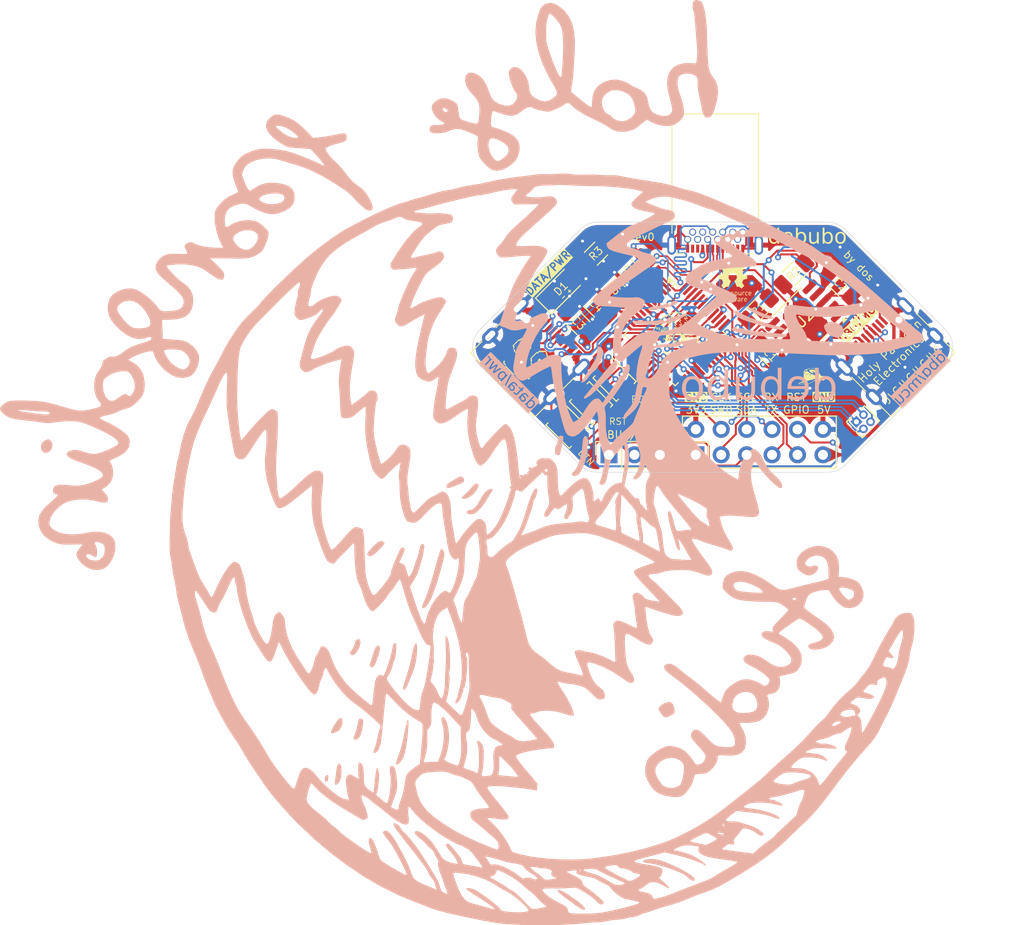
<source format=kicad_pcb>
(kicad_pcb
	(version 20240108)
	(generator "pcbnew")
	(generator_version "8.0")
	(general
		(thickness 1.6)
		(legacy_teardrops no)
	)
	(paper "A4")
	(layers
		(0 "F.Cu" signal)
		(1 "In1.Cu" power)
		(2 "In2.Cu" power)
		(31 "B.Cu" signal)
		(32 "B.Adhes" user "B.Adhesive")
		(33 "F.Adhes" user "F.Adhesive")
		(34 "B.Paste" user)
		(35 "F.Paste" user)
		(36 "B.SilkS" user "B.Silkscreen")
		(37 "F.SilkS" user "F.Silkscreen")
		(38 "B.Mask" user)
		(39 "F.Mask" user)
		(40 "Dwgs.User" user "User.Drawings")
		(41 "Cmts.User" user "User.Comments")
		(42 "Eco1.User" user "User.Eco1")
		(43 "Eco2.User" user "User.Eco2")
		(44 "Edge.Cuts" user)
		(45 "Margin" user)
		(46 "B.CrtYd" user "B.Courtyard")
		(47 "F.CrtYd" user "F.Courtyard")
		(48 "B.Fab" user)
		(49 "F.Fab" user)
		(50 "User.1" user)
		(51 "User.2" user)
		(52 "User.3" user)
		(53 "User.4" user)
		(54 "User.5" user)
		(55 "User.6" user)
		(56 "User.7" user)
		(57 "User.8" user)
		(58 "User.9" user)
	)
	(setup
		(stackup
			(layer "F.SilkS"
				(type "Top Silk Screen")
				(color "White")
			)
			(layer "F.Paste"
				(type "Top Solder Paste")
			)
			(layer "F.Mask"
				(type "Top Solder Mask")
				(color "Green")
				(thickness 0.01)
			)
			(layer "F.Cu"
				(type "copper")
				(thickness 0.035)
			)
			(layer "dielectric 1"
				(type "prepreg")
				(color "FR4 natural")
				(thickness 0.1)
				(material "FR4")
				(epsilon_r 4.5)
				(loss_tangent 0.02)
			)
			(layer "In1.Cu"
				(type "copper")
				(thickness 0.035)
			)
			(layer "dielectric 2"
				(type "core")
				(thickness 1.24)
				(material "FR4")
				(epsilon_r 4.5)
				(loss_tangent 0.02)
			)
			(layer "In2.Cu"
				(type "copper")
				(thickness 0.035)
			)
			(layer "dielectric 3"
				(type "prepreg")
				(thickness 0.1)
				(material "FR4")
				(epsilon_r 4.5)
				(loss_tangent 0.02)
			)
			(layer "B.Cu"
				(type "copper")
				(thickness 0.035)
			)
			(layer "B.Mask"
				(type "Bottom Solder Mask")
				(color "Green")
				(thickness 0.01)
			)
			(layer "B.Paste"
				(type "Bottom Solder Paste")
			)
			(layer "B.SilkS"
				(type "Bottom Silk Screen")
				(color "White")
			)
			(copper_finish "HAL SnPb")
			(dielectric_constraints no)
		)
		(pad_to_mask_clearance 0)
		(allow_soldermask_bridges_in_footprints no)
		(pcbplotparams
			(layerselection 0x00010fc_ffffffff)
			(plot_on_all_layers_selection 0x0000000_00000000)
			(disableapertmacros no)
			(usegerberextensions yes)
			(usegerberattributes yes)
			(usegerberadvancedattributes yes)
			(creategerberjobfile yes)
			(dashed_line_dash_ratio 12.000000)
			(dashed_line_gap_ratio 3.000000)
			(svgprecision 4)
			(plotframeref no)
			(viasonmask no)
			(mode 1)
			(useauxorigin no)
			(hpglpennumber 1)
			(hpglpenspeed 20)
			(hpglpendiameter 15.000000)
			(pdf_front_fp_property_popups yes)
			(pdf_back_fp_property_popups yes)
			(dxfpolygonmode yes)
			(dxfimperialunits yes)
			(dxfusepcbnewfont yes)
			(psnegative no)
			(psa4output no)
			(plotreference yes)
			(plotvalue yes)
			(plotfptext yes)
			(plotinvisibletext no)
			(sketchpadsonfab no)
			(subtractmaskfromsilk yes)
			(outputformat 1)
			(mirror no)
			(drillshape 0)
			(scaleselection 1)
			(outputdirectory "gerbers/")
		)
	)
	(net 0 "")
	(net 1 "unconnected-(U1A-PB14-Pad26)")
	(net 2 "unconnected-(U1A-PF1-OSC_OUT-Pad9)")
	(net 3 "D+")
	(net 4 "D-")
	(net 5 "VBUS")
	(net 6 "unconnected-(U1A-PB4-Pad43)")
	(net 7 "unconnected-(U1A-PF0-OSC_IN-Pad8)")
	(net 8 "PD2_CC1")
	(net 9 "unconnected-(U1A-PB0-Pad19)")
	(net 10 "unconnected-(U1A-PB13-Pad25)")
	(net 11 "unconnected-(U1A-PC14-OSC32_IN-Pad2)")
	(net 12 "unconnected-(U1A-PC7-Pad31)")
	(net 13 "PD2_CC2")
	(net 14 "DBG_VBUS")
	(net 15 "DBG_D-")
	(net 16 "DBG_D+")
	(net 17 "Net-(J2-CC1)")
	(net 18 "Net-(J2-CC2)")
	(net 19 "SBU1")
	(net 20 "PD1_CC2")
	(net 21 "unconnected-(U1A-PC13-Pad1)")
	(net 22 "unconnected-(U1A-PA12[PA10]-Pad34)")
	(net 23 "unconnected-(U1A-PB12-Pad24)")
	(net 24 "PD1_CC1")
	(net 25 "unconnected-(U1A-PB8-Pad47)")
	(net 26 "SBU2")
	(net 27 "I2C_SCL")
	(net 28 "RESET")
	(net 29 "unconnected-(U1A-PB3-Pad42)")
	(net 30 "unconnected-(U1A-PC15-OSC32_OUT-Pad3)")
	(net 31 "SWDIO")
	(net 32 "I2C_SDA")
	(net 33 "BOOT")
	(net 34 "unconnected-(U1A-PB5-Pad44)")
	(net 35 "STM_RX")
	(net 36 "unconnected-(U1A-PB1-Pad20)")
	(net 37 "V3")
	(net 38 "STM_TX")
	(net 39 "Net-(U1B-VREF+)")
	(net 40 "Net-(D1-A)")
	(net 41 "GPIO")
	(net 42 "LED")
	(net 43 "BTN")
	(net 44 "SPI_MISO")
	(net 45 "SPI_MOSI")
	(net 46 "unconnected-(U1A-PA15-Pad37)")
	(net 47 "SPI_NSS")
	(net 48 "SPI_SCK")
	(net 49 "GND")
	(net 50 "BD+")
	(net 51 "BD-")
	(net 52 "VIO")
	(net 53 "unconnected-(U1A-PC6-Pad30)")
	(footprint "LOGO" (layer "F.Cu") (at 151.5 98.9))
	(footprint "Capacitor_SMD:C_1206_3216Metric_Pad1.33x1.80mm_HandSolder" (layer "F.Cu") (at 131.5951 90.0951 135))
	(footprint "Button_Switch_SMD:SW_SPST_B3U-1000P" (layer "F.Cu") (at 127 103.95 135))
	(footprint "Debubo:SolderJumperSmol" (layer "F.Cu") (at 134.517157 86.717157 -45))
	(footprint "Capacitor_SMD:C_1206_3216Metric_Pad1.33x1.80mm_HandSolder" (layer "F.Cu") (at 129.8451 91.8451 135))
	(footprint "Capacitor_SMD:C_1206_3216Metric_Pad1.33x1.80mm_HandSolder" (layer "F.Cu") (at 147.25 96.75 135))
	(footprint "LOGO" (layer "F.Cu") (at 122.75 97.25 -45))
	(footprint "Capacitor_SMD:C_1206_3216Metric_Pad1.33x1.80mm_HandSolder" (layer "F.Cu") (at 154.25 89.75 -45))
	(footprint "Capacitor_SMD:C_1206_3216Metric_Pad1.33x1.80mm_HandSolder" (layer "F.Cu") (at 133.25 88.3951 -45))
	(footprint "Package_QFP:LQFP-48_7x7mm_P0.5mm" (layer "F.Cu") (at 137.75 94.75 -45))
	(footprint "Resistor_SMD:R_1206_3216Metric_Pad1.30x1.75mm_HandSolder" (layer "F.Cu") (at 149.596 88.654 45))
	(footprint "LOGO"
		(layer "F.Cu")
		(uuid "4785eff3-e543-4da4-b599-ea83da64dc85")
		(at 137.721624 94.35644)
		(property "Reference" "GPANG"
			(at 0 0 0)
			(layer "F.SilkS")
			(hide yes)
			(uuid "97468709-a4d4-4dba-b48b-3ea4b6fea43f")
			(effects
				(font
					(size 1.5 1.5)
					(thickness 0.3)
				)
			)
		)
		(property "Value" "LOGO"
			(at 0.75 0 0)
			(layer "F.SilkS")
			(hide yes)
			(uuid "6daeae5d-edac-4c57-9798-fda9de553c26")
			(effects
				(font
					(size 1.5 1.5)
					(thickness 0.3)
				)
			)
		)
		(property "Footprint" "LOGO"
			(at 0 0 0)
			(unlocked yes)
			(layer "F.Fab")
			(hide yes)
			(uuid "f22c43c4-e540-4514-ae0e-6121c9681813")
			(effects
				(font
					(size 1.27 1.27)
					(thickness 0.15)
				)
			)
		)
		(property "Datasheet" ""
			(at 0 0 0)
			(unlocked yes)
			(layer "F.Fab")
			(hide yes)
			(uuid "fc718c03-6242-424a-afe7-693a5f74999c")
			(effects
				(font
					(size 1.27 1.27)
					(thickness 0.15)
				)
			)
		)
		(property "Description" ""
			(at 0 0 0)
			(unlocked yes)
			(layer "F.Fab")
			(hide yes)
			(uuid "b837c190-3137-441e-b8ad-e8a1ef3dd34a")
			(effects
				(font
					(size 1.27 1.27)
					(thickness 0.15)
				)
			)
		)
		(attr board_only exclude_from_pos_files exclude_from_bom)
		(fp_poly
			(pts
				(xy 2.093733 0.587019) (xy 2.103678 0.595358) (xy 2.109433 0.604975) (xy 2.109011 0.610894) (xy 2.101548 0.616413)
				(xy 2.091148 0.612209) (xy 2.083789 0.605688) (xy 2.074338 0.593558) (xy 2.074319 0.58593) (xy 2.082928 0.583461)
			)
			(stroke
				(width 0)
				(type solid)
			)
			(fill solid)
			(layer "F.SilkS")
			(uuid "ac657206-7708-43c0-a1e8-c783de963f3a")
		)
		(fp_poly
			(pts
				(xy -1.932415 0.436049) (xy -1.925149 0.445848) (xy -1.923187 0.450927) (xy -1.917452 0.479205)
				(xy -1.921547 0.502697) (xy -1.926811 0.511926) (xy -1.936295 0.525842) (xy -1.942654 0.536292)
				(xy -1.953549 0.545756) (xy -1.969758 0.549436) (xy -1.986971 0.547105) (xy -2.000121 0.539323)
				(xy -2.009805 0.522618) (xy -2.011184 0.502562) (xy -2.005499 0.481498) (xy -1.993991 0.461765)
				(xy -1.977899 0.445707) (xy -1.958466 0.435664) (xy -1.944024 0.433465)
			)
			(stroke
				(width 0)
				(type solid)
			)
			(fill solid)
			(layer "F.SilkS")
			(uuid "1ebe9809-4fe8-4c80-ad44-ce21a3ff5c95")
		)
		(fp_poly
			(pts
				(xy 0.291162 -0.18097) (xy 0.305685 -0.178322) (xy 0.32908 -0.174645) (xy 0.354861 -0.172493) (xy 0.364242 -0.17226)
				(xy 0.383564 -0.17141) (xy 0.392622 -0.168339) (xy 0.392171 -0.162265) (xy 0.383209 -0.152623) (xy 0.367257 -0.144378)
				(xy 0.34474 -0.140389) (xy 0.319403 -0.140772) (xy 0.294995 -0.145644) (xy 0.284784 -0.149575) (xy 0.268497 -0.158373)
				(xy 0.262059 -0.16572) (xy 0.264617 -0.173162) (xy 0.269293 -0.177642) (xy 0.277661 -0.181298)
			)
			(stroke
				(width 0)
				(type solid)
			)
			(fill solid)
			(layer "F.SilkS")
			(uuid "219769a4-c93b-43b4-a94a-8eebe24ec2ae")
		)
		(fp_poly
			(pts
				(xy 1.821885 0.375303) (xy 1.845162 0.381754) (xy 1.854544 0.384657) (xy 1.878995 0.393796) (xy 1.892572 0.402369)
				(xy 1.89522 0.410274) (xy 1.886887 0.417409) (xy 1.874021 0.422022) (xy 1.859689 0.425906) (xy 1.850723 0.426988)
				(xy 1.841688 0.425099) (xy 1.828698 0.420612) (xy 1.813897 0.412722) (xy 1.801074 0.401406) (xy 1.792672 0.389451)
				(xy 1.791134 0.379644) (xy 1.791716 0.378415) (xy 1.797033 0.373819) (xy 1.806466 0.372719)
			)
			(stroke
				(width 0)
				(type solid)
			)
			(fill solid)
			(layer "F.SilkS")
			(uuid "2976cb09-dd76-4521-8f9e-39d240b55eb0")
		)
		(fp_poly
			(pts
				(xy 0.987596 -0.2862) (xy 0.993506 -0.285602) (xy 1.020791 -0.281808) (xy 1.037653 -0.276844) (xy 1.044762 -0.270205)
				(xy 1.042787 -0.261388) (xy 1.036218 -0.253508) (xy 1.029685 -0.248883) (xy 1.020052 -0.246328)
				(xy 1.005136 -0.245685) (xy 0.982751 -0.246796) (xy 0.9641 -0.248303) (xy 0.937224 -0.251982) (xy 0.921243 -0.257445)
				(xy 0.916065 -0.264782) (xy 0.9216 -0.274081) (xy 0.931031 -0.281306) (xy 0.939621 -0.285765) (xy 0.949999 -0.287935)
				(xy 0.965035 -0.288014)
			)
			(stroke
				(width 0)
				(type solid)
			)
			(fill solid)
			(layer "F.SilkS")
			(uuid "a1f3aeea-364e-44a6-9f33-acc2d70590f8")
		)
		(fp_poly
			(pts
				(xy 1.433889 0.081229) (xy 1.437538 0.084741) (xy 1.446012 0.09153) (xy 1.461055 0.098914) (xy 1.47839 0.105067)
				(xy 1.491993 0.107996) (xy 1.501064 0.113136) (xy 1.503106 0.122709) (xy 1.500918 0.132624) (xy 1.492209 0.136835)
				(xy 1.486436 0.137543) (xy 1.471083 0.136057) (xy 1.452373 0.130656) (xy 1.445713 0.127894) (xy 1.425516 0.116454)
				(xy 1.411517 0.104182) (xy 1.405188 0.092721) (xy 1.407025 0.084741) (xy 1.417199 0.078697) (xy 1.422937 0.077795)
			)
			(stroke
				(width 0)
				(type solid)
			)
			(fill solid)
			(layer "F.SilkS")
			(uuid "6b006c0c-942b-4a76-8d3f-47ad988798a7")
		)
		(fp_poly
			(pts
				(xy 1.98597 0.578947) (xy 1.999716 0.586146) (xy 2.015612 0.598914) (xy 2.018323 0.60152) (xy 2.035036 0.617572)
				(xy 2.051841 0.633055) (xy 2.060257 0.640461) (xy 2.073606 0.653431) (xy 2.077198 0.661703) (xy 2.071022 0.665921)
				(xy 2.059784 0.666812) (xy 2.042286 0.663123) (xy 2.023211 0.65116) (xy 2.018502 0.647268) (xy 2.001906 0.631055)
				(xy 1.987336 0.613288) (xy 1.976889 0.596854) (xy 1.972664 0.584638) (xy 1.972653 0.584194) (xy 1.976305 0.578052)
			)
			(stroke
				(width 0)
				(type solid)
			)
			(fill solid)
			(layer "F.SilkS")
			(uuid "30d1cda9-4e39-43c1-8c94-f16a6dbcccdc")
		)
		(fp_poly
			(pts
				(xy 1.360202 0.18516) (xy 1.378611 0.193839) (xy 1.392034 0.202524) (xy 1.41137 0.215377) (xy 1.430826 0.227522)
				(xy 1.440593 0.233199) (xy 1.455701 0.244315) (xy 1.461418 0.255232) (xy 1.461431 0.255724) (xy 1.457244 0.264409)
				(xy 1.446039 0.26658) (xy 1.429843 0.262176) (xy 1.419668 0.257) (xy 1.395418 0.24271) (xy 1.378606 0.232563)
				(xy 1.367037 0.22516) (xy 1.358518 0.2191) (xy 1.351383 0.213422) (xy 1.341313 0.201336) (xy 1.340855 0.192584)
				(xy 1.347848 0.184787)
			)
			(stroke
				(width 0)
				(type solid)
			)
			(fill solid)
			(layer "F.SilkS")
			(uuid "c0b9abc3-53e5-4895-a3cd-2521847c850b")
		)
		(fp_poly
			(pts
				(xy 0.413586 -0.283612) (xy 0.414676 -0.282817) (xy 0.421077 -0.27524) (xy 0.419885 -0.268359) (xy 0.410173 -0.261336)
				(xy 0.39101 -0.253331) (xy 0.376471 -0.248327) (xy 0.351583 -0.240272) (xy 0.334994 -0.235608) (xy 0.324499 -0.234101)
				(xy 0.317891 -0.23552) (xy 0.312963 -0.23963) (xy 0.311401 -0.241453) (xy 0.306511 -0.254333) (xy 0.310187 -0.266879)
				(xy 0.316736 -0.272492) (xy 0.326101 -0.275344) (xy 0.342994 -0.278954) (xy 0.363929 -0.282587)
				(xy 0.366055 -0.282914) (xy 0.389798 -0.285914) (xy 0.404926 -0.286148)
			)
			(stroke
				(width 0)
				(type solid)
			)
			(fill solid)
			(layer "F.SilkS")
			(uuid "ce4f3cb3-bef1-4aea-9e48-3a9138344b38")
		)
		(fp_poly
			(pts
				(xy 1.465457 2.002335) (xy 1.466299 2.012863) (xy 1.463751 2.032398) (xy 1.457782 2.061456) (xy 1.448391 2.10045)
				(xy 1.439302 2.135626) (xy 1.432071 2.161223) (xy 1.426245 2.178531) (xy 1.421372 2.188842) (xy 1.416998 2.193446)
				(xy 1.415587 2.193934) (xy 1.409002 2.192961) (xy 1.406238 2.185056) (xy 1.405863 2.175565) (xy 1.407516 2.157252)
				(xy 1.411981 2.132822) (xy 1.418517 2.104896) (xy 1.426384 2.076095) (xy 1.43484 2.049041) (xy 1.443145 2.026356)
				(xy 1.450557 2.010661) (xy 1.453717 2.006232) (xy 1.461253 2.000297)
			)
			(stroke
				(width 0)
				(type solid)
			)
			(fill solid)
			(layer "F.SilkS")
			(uuid "75941cb2-c3a2-4af2-b84f-9d45d51ae054")
		)
		(fp_poly
			(pts
				(xy -1.646773 0.06286) (xy -1.647219 0.069096) (xy -1.651096 0.082747) (xy -1.657409 0.101035) (xy -1.665165 0.12118)
				(xy -1.673369 0.140405) (xy -1.678071 0.1503) (xy -1.690145 0.170935) (xy -1.703588 0.188594) (xy -1.716348 0.200931)
				(xy -1.726375 0.2056) (xy -1.726417 0.2056) (xy -1.733136 0.203819) (xy -1.733713 0.202686) (xy -1.730957 0.196903)
				(xy -1.723687 0.184336) (xy -1.713393 0.167553) (xy -1.711899 0.165178) (xy -1.698673 0.142274)
				(xy -1.686187 0.11746) (xy -1.678352 0.099148) (xy -1.669389 0.079714) (xy -1.659885 0.066528) (xy -1.651271 0.061234)
			)
			(stroke
				(width 0)
				(type solid)
			)
			(fill solid)
			(layer "F.SilkS")
			(uuid "9e7d9363-affc-47c0-b36b-875cde412a35")
		)
		(fp_poly
			(pts
				(xy 1.723499 0.456051) (xy 1.739203 0.467998) (xy 1.743829 0.471833) (xy 1.762782 0.486328) (xy 1.782952 0.499741)
				(xy 1.793448 0.505734) (xy 1.809096 0.514494) (xy 1.815802 0.520953) (xy 1.814859 0.527138) (xy 1.810396 0.532338)
				(xy 1.804117 0.537064) (xy 1.796134 0.53802) (xy 1.782841 0.535264) (xy 1.774381 0.532889) (xy 1.761489 0.526592)
				(xy 1.744364 0.514893) (xy 1.726611 0.500266) (xy 1.725829 0.499555) (xy 1.709979 0.484461) (xy 1.701436 0.474265)
				(xy 1.698853 0.466892) (xy 1.700636 0.460717) (xy 1.706278 0.452942) (xy 1.713212 0.451209)
			)
			(stroke
				(width 0)
				(type solid)
			)
			(fill solid)
			(layer "F.SilkS")
			(uuid "ab5a3f2e-d8c6-4a58-93da-27bef9253d04")
		)
		(fp_poly
			(pts
				(xy -0.282151 -0.070954) (xy -0.269412 -0.062244) (xy -0.254826 -0.052441) (xy -0.243916 -0.045979)
				(xy -0.240111 -0.044454) (xy -0.231681 -0.040297) (xy -0.220931 -0.030318) (xy -0.211208 -0.018253)
				(xy -0.205861 -0.00784) (xy -0.205601 -0.005927) (xy -0.209338 0.002826) (xy -0.217344 0.009681)
				(xy -0.224115 0.010705) (xy -0.228743 0.007533) (xy -0.239967 -0.000382) (xy -0.255126 -0.011162)
				(xy -0.273362 -0.024805) (xy -0.289987 -0.038304) (xy -0.299417 -0.046837) (xy -0.308417 -0.056701)
				(xy -0.310015 -0.062999) (xy -0.304999 -0.069681) (xy -0.304142 -0.070543) (xy -0.298052 -0.075501)
				(xy -0.291743 -0.075882)
			)
			(stroke
				(width 0)
				(type solid)
			)
			(fill solid)
			(layer "F.SilkS")
			(uuid "2064a8c6-da98-440b-82ba-6b895f9443d5")
		)
		(fp_poly
			(pts
				(xy 1.502965 0.647207) (xy 1.51445 0.655298) (xy 1.533024 0.669195) (xy 1.559134 0.689234) (xy 1.593224 0.715752)
				(xy 1.613008 0.731236) (xy 1.633292 0.745746) (xy 1.658081 0.761536) (xy 1.680923 0.774594) (xy 1.699194 0.78506)
				(xy 1.712858 0.794381) (xy 1.719527 0.800884) (xy 1.71982 0.801857) (xy 1.715135 0.807802) (xy 1.702904 0.809675)
				(xy 1.685868 0.807614) (xy 1.666767 0.801756) (xy 1.660132 0.79885) (xy 1.637266 0.785403) (xy 1.609897 0.764578)
				(xy 1.5774 0.73585) (xy 1.539147 0.698695) (xy 1.532732 0.692218) (xy 1.512594 0.671228) (xy 1.500216 0.656836)
				(xy 1.495038 0.648272) (xy 1.4965 0.644766) (xy 1.498122 0.644585)
			)
			(stroke
				(width 0)
				(type solid)
			)
			(fill solid)
			(layer "F.SilkS")
			(uuid "8c4e9124-530b-4685-a3a7-5ca136c6afa3")
		)
		(fp_poly
			(pts
				(xy -0.394818 0.026768) (xy -0.378783 0.039138) (xy -0.367441 0.050654) (xy -0.343563 0.074357)
				(xy -0.317013 0.096232) (xy -0.289697 0.115134) (xy -0.26352 0.129913) (xy -0.240386 0.139424) (xy -0.2222 0.142518)
				(xy -0.216446 0.141612) (xy -0.207342 0.142927) (xy -0.202548 0.150711) (xy -0.203924 0.160593)
				(xy -0.206786 0.164315) (xy -0.224012 0.173494) (xy -0.24403 0.173072) (xy -0.250055 0.170978) (xy -0.263018 0.165368)
				(xy -0.281211 0.157457) (xy -0.29323 0.152216) (xy -0.310503 0.142602) (xy -0.331629 0.127821) (xy -0.354228 0.109912)
				(xy -0.375919 0.09091) (xy -0.394321 0.072852) (xy -0.407055 0.057775) (xy -0.410668 0.051741) (xy -0.416283 0.034388)
				(xy -0.414735 0.024422) (xy -0.407191 0.021872)
			)
			(stroke
				(width 0)
				(type solid)
			)
			(fill solid)
			(layer "F.SilkS")
			(uuid "fec170a4-69cc-467a-8e5e-3f1a230f8936")
		)
		(fp_poly
			(pts
				(xy 0.265586 -0.103844) (xy 0.29326 -0.096543) (xy 0.313957 -0.088909) (xy 0.34638 -0.077656) (xy 0.371124 -0.07296)
				(xy 0.389405 -0.074712) (xy 0.400832 -0.081247) (xy 0.4117 -0.086687) (xy 0.422103 -0.085908) (xy 0.427707 -0.079476)
				(xy 0.427871 -0.077717) (xy 0.424252 -0.070049) (xy 0.41542 -0.059305) (xy 0.414232 -0.058094) (xy 0.403453 -0.050048)
				(xy 0.389706 -0.045864) (xy 0.370733 -0.045332) (xy 0.344281 -0.048245) (xy 0.330797 -0.050379)
				(xy 0.312194 -0.054198) (xy 0.296683 -0.058589) (xy 0.2919 -0.060495) (xy 0.280424 -0.064974) (xy 0.26271 -0.070736)
				(xy 0.248665 -0.074828) (xy 0.228386 -0.081441) (xy 0.21862 -0.087481) (xy 0.218832 -0.093579) (xy 0.227462 -0.099827)
				(xy 0.244201 -0.104869)
			)
			(stroke
				(width 0)
				(type solid)
			)
			(fill solid)
			(layer "F.SilkS")
			(uuid "aa57f71c-03df-4b13-9366-b692924adf74")
		)
		(fp_poly
			(pts
				(xy 0.688605 -0.011353) (xy 0.701975 -0.003788) (xy 0.721271 0.008305) (xy 0.744938 0.023957) (xy 0.767458 0.039424)
				(xy 0.826809 0.080025) (xy 0.878204 0.113407) (xy 0.921964 0.139766) (xy 0.958407 0.159302) (xy 0.968927 0.164305)
				(xy 0.987478 0.174007) (xy 0.996063 0.181753) (xy 0.996564 0.18643) (xy 0.988945 0.192856) (xy 0.973157 0.19307)
				(xy 0.948848 0.187033) (xy 0.924315 0.178183) (xy 0.907592 0.170196) (xy 0.883899 0.156993) (xy 0.855265 0.139887)
				(xy 0.823714 0.120187) (xy 0.791275 0.099205) (xy 0.759973 0.078252) (xy 0.731836 0.058637) (xy 0.70889 0.041673)
				(xy 0.693207 0.028711) (xy 0.682906 0.015382) (xy 0.678041 0.001283) (xy 0.679499 -0.010023) (xy 0.682717 -0.013419)
			)
			(stroke
				(width 0)
				(type solid)
			)
			(fill solid)
			(layer "F.SilkS")
			(uuid "8db06e1b-b52d-4d45-93b6-869ea0c98fa3")
		)
		(fp_poly
			(pts
				(xy 1.174462 0.325643) (xy 1.189649 0.334338) (xy 1.206815 0.346341) (xy 1.222795 0.359614) (xy 1.223649 0.360408)
				(xy 1.241211 0.375015) (xy 1.267123 0.393982) (xy 1.299981 0.416348) (xy 1.338381 0.441148) (xy 1.369781 0.46065)
				(xy 1.388205 0.473468) (xy 1.397243 0.483444) (xy 1.396588 0.49006) (xy 1.388732 0.492601) (xy 1.380305 0.490502)
				(xy 1.365211 0.484199) (xy 1.34645 0.474968) (xy 1.343023 0.473152) (xy 1.319133 0.460353) (xy 1.293981 0.446883)
				(xy 1.274581 0.436499) (xy 1.256804 0.425398) (xy 1.237379 0.410686) (xy 1.217639 0.393743) (xy 1.198918 0.375952)
				(xy 1.182547 0.358694) (xy 1.169859 0.343349) (xy 1.162187 0.331301) (xy 1.160864 0.32393) (xy 1.164419 0.322293)
			)
			(stroke
				(width 0)
				(type solid)
			)
			(fill solid)
			(layer "F.SilkS")
			(uuid "2a39b8c1-5611-4ea6-845e-23816d860d9a")
		)
		(fp_poly
			(pts
				(xy -0.827971 -0.209095) (xy -0.813612 -0.207488) (xy -0.792779 -0.20421) (xy -0.764276 -0.199139)
				(xy -0.726905 -0.192155) (xy -0.694597 -0.186018) (xy -0.661235 -0.17971) (xy -0.629973 -0.173885)
				(xy -0.603147 -0.168972) (xy -0.583096 -0.1654) (xy -0.573737 -0.163832) (xy -0.557549 -0.159956)
				(xy -0.550571 -0.155243) (xy -0.553519 -0.150501) (xy -0.559845 -0.148114) (xy -0.597189 -0.142649)
				(xy -0.639029 -0.144932) (xy -0.657216 -0.147259) (xy -0.682781 -0.150142) (xy -0.712031 -0.153178)
				(xy -0.735631 -0.15545) (xy -0.762647 -0.158354) (xy -0.786464 -0.16166) (xy -0.804391 -0.164948)
				(xy -0.813426 -0.167622) (xy -0.833021 -0.180726) (xy -0.843328 -0.194579) (xy -0.844629 -0.201246)
				(xy -0.844187 -0.205107) (xy -0.842061 -0.207783) (xy -0.837055 -0.209153)
			)
			(stroke
				(width 0)
				(type solid)
			)
			(fill solid)
			(layer "F.SilkS")
			(uuid "7846a38d-13d3-45fb-b3b8-ac7eea47cadf")
		)
		(fp_poly
			(pts
				(xy -1.572707 0.027122) (xy -1.570004 0.03947) (xy -1.569862 0.055766) (xy -1.572529 0.072099) (xy -1.578621 0.086904)
				(xy -1.590379 0.108737) (xy -1.60667 0.135838) (xy -1.626363 0.166442) (xy -1.648325 0.198788) (xy -1.671424 0.231112)
				(xy -1.693067 0.259779) (xy -1.71196 0.283295) (xy -1.725372 0.298073) (xy -1.733949 0.304646) (xy -1.738337 0.303548)
				(xy -1.739269 0.297894) (xy -1.736202 0.289467) (xy -1.72826 0.275608) (xy -1.719869 0.263164) (xy -1.696231 0.230008)
				(xy -1.677712 0.203286) (xy -1.662753 0.180553) (xy -1.64979 0.159362) (xy -1.637263 0.137269) (xy -1.62535 0.11512)
				(xy -1.613257 0.091375) (xy -1.603425 0.070364) (xy -1.596921 0.054484) (xy -1.594793 0.046475)
				(xy -1.591477 0.034326) (xy -1.583837 0.024764) (xy -1.577614 0.022227)
			)
			(stroke
				(width 0)
				(type solid)
			)
			(fill solid)
			(layer "F.SilkS")
			(uuid "30de9b28-1281-4ef3-b6e0-8562456619fa")
		)
		(fp_poly
			(pts
				(xy -1.189611 -0.319266) (xy -1.188677 -0.318487) (xy -1.189128 -0.312144) (xy -1.196811 -0.302514)
				(xy -1.209254 -0.291725) (xy -1.223985 -0.281907) (xy -1.238533 -0.275191) (xy -1.23916 -0.27499)
				(xy -1.252771 -0.269223) (xy -1.26941 -0.260248) (xy -1.27378 -0.257578) (xy -1.28833 -0.249498)
				(xy -1.299993 -0.2449) (xy -1.302625 -0.244498) (xy -1.311854 -0.241577) (xy -1.313766 -0.239605)
				(xy -1.322097 -0.234348) (xy -1.335431 -0.231615) (xy -1.347767 -0.232383) (xy -1.350648 -0.233603)
				(xy -1.35435 -0.240964) (xy -1.353275 -0.244173) (xy -1.345818 -0.250142) (xy -1.331071 -0.258206)
				(xy -1.312263 -0.266877) (xy -1.292623 -0.274667) (xy -1.275381 -0.280088) (xy -1.275279 -0.280113)
				(xy -1.258987 -0.286437) (xy -1.24252 -0.296024) (xy -1.241938 -0.296444) (xy -1.217804 -0.312341)
				(xy -1.200273 -0.319985)
			)
			(stroke
				(width 0)
				(type solid)
			)
			(fill solid)
			(layer "F.SilkS")
			(uuid "e3156611-c05e-4ac7-b329-8a1839c879ca")
		)
		(fp_poly
			(pts
				(xy -1.067143 -0.312935) (xy -1.0669 -0.310476) (xy -1.070969 -0.303113) (xy -1.081936 -0.290616)
				(xy -1.097943 -0.274693) (xy -1.117132 -0.257051) (xy -1.137644 -0.239399) (xy -1.157621 -0.223445)
				(xy -1.175204 -0.210898) (xy -1.175257 -0.210864) (xy -1.192876 -0.199202) (xy -1.207348 -0.189279)
				(xy -1.21561 -0.183196) (xy -1.21572 -0.183103) (xy -1.229129 -0.174514) (xy -1.248076 -0.165941)
				(xy -1.270278 -0.15798) (xy -1.293455 -0.151228) (xy -1.315325 -0.146281) (xy -1.333607 -0.143737)
				(xy -1.346019 -0.14419) (xy -1.350296 -0.14791) (xy -1.345445 -0.151808) (xy -1.332258 -0.158674)
				(xy -1.312784 -0.167518) (xy -1.290531 -0.176772) (xy -1.227823 -0.205464) (xy -1.174177 -0.238052)
				(xy -1.127911 -0.275587) (xy -1.11954 -0.283637) (xy -1.099388 -0.301926) (xy -1.083318 -0.313221)
				(xy -1.072261 -0.317049)
			)
			(stroke
				(width 0)
				(type solid)
			)
			(fill solid)
			(layer "F.SilkS")
			(uuid "10b1cf3e-69a6-4d0a-bd43-e0bd2cf87a8a")
		)
		(fp_poly
			(pts
				(xy 0.961002 2.19818) (xy 0.959021 2.207045) (xy 0.949464 2.220169) (xy 0.941332 2.228564) (xy 0.924047 2.247471)
				(xy 0.904913 2.272271) (xy 0.88511 2.300977) (xy 0.865817 2.331602) (xy 0.848211 2.362159) (xy 0.833472 2.39066)
				(xy 0.822778 2.415117) (xy 0.817309 2.433543) (xy 0.816845 2.438459) (xy 0.815084 2.453361) (xy 0.810737 2.468471)
				(xy 0.805207 2.479914) (xy 0.800394 2.483876) (xy 0.793765 2.480467) (xy 0.790943 2.477978) (xy 0.788761 2.468634)
				(xy 0.791312 2.451295) (xy 0.7979 2.427665) (xy 0.807831 2.399449) (xy 0.820408 2.368349) (xy 0.834938 2.33607)
				(xy 0.850724 2.304315) (xy 0.867073 2.274788) (xy 0.883288 2.249193) (xy 0.885681 2.245776) (xy 0.899308 2.230148)
				(xy 0.916564 2.215089) (xy 0.934338 2.202883) (xy 0.949521 2.195819) (xy 0.954863 2.194924)
			)
			(stroke
				(width 0)
				(type solid)
			)
			(fill solid)
			(layer "F.SilkS")
			(uuid "01551c69-6e29-4c37-a8cb-88ed8f939d3b")
		)
		(fp_poly
			(pts
				(xy -1.495502 0.100126) (xy -1.494772 0.103484) (xy -1.498673 0.115409) (xy -1.509684 0.133577)
				(xy -1.526761 0.156679) (xy -1.548862 0.183402) (xy -1.574944 0.212437) (xy -1.603965 0.242472)
				(xy -1.610261 0.24871) (xy -1.6422 0.279829) (xy -1.667385 0.303622) (xy -1.686722 0.320818) (xy -1.701118 0.332142)
				(xy -1.711479 0.338322) (xy -1.71871 0.340085) (xy -1.722681 0.338913) (xy -1.724723 0.337076) (xy -1.72499 0.334284)
				(xy -1.722709 0.329656) (xy -1.717105 0.322316) (xy -1.707403 0.311384) (xy -1.69283 0.295982) (xy -1.672611 0.275232)
				(xy -1.645972 0.248254) (xy -1.617425 0.219492) (xy -1.597086 0.197609) (xy -1.575244 0.171918)
				(xy -1.556534 0.147876) (xy -1.556081 0.147254) (xy -1.542555 0.128703) (xy -1.531078 0.113133)
				(xy -1.523549 0.103115) (xy -1.522211 0.101411) (xy -1.512855 0.095432) (xy -1.502407 0.095121)
			)
			(stroke
				(width 0)
				(type solid)
			)
			(fill solid)
			(layer "F.SilkS")
			(uuid "696d98d2-0c7a-4ea1-8161-0b6e94a12a6c")
		)
		(fp_poly
			(pts
				(xy -0.800957 -0.329451) (xy -0.790147 -0.317255) (xy -0.783158 -0.308956) (xy -0.776097 -0.302233)
				(xy -0.767288 -0.296312) (xy -0.755058 -0.29042) (xy -0.737732 -0.283782) (xy -0.713638 -0.275624)
				(xy -0.6811 -0.265174) (xy -0.669591 -0.261523) (xy -0.64043 -0.252305) (xy -0.620375 -0.245894)
				(xy -0.607969 -0.241641) (xy -0.601756 -0.2389) (xy -0.600278 -0.237021) (xy -0.602079 -0.235357)
				(xy -0.605702 -0.23326) (xy -0.605844 -0.233171) (xy -0.619146 -0.228769) (xy -0.637705 -0.230093)
				(xy -0.658581 -0.235569) (xy -0.678465 -0.239611) (xy -0.698322 -0.240457) (xy -0.701059 -0.240215)
				(xy -0.713818 -0.239912) (xy -0.727989 -0.242481) (xy -0.745834 -0.248646) (xy -0.769619 -0.259136)
				(xy -0.788944 -0.268426) (xy -0.811628 -0.283447) (xy -0.824373 -0.301065) (xy -0.826656 -0.320492)
				(xy -0.825929 -0.324067) (xy -0.820586 -0.335759) (xy -0.812468 -0.337593)
			)
			(stroke
				(width 0)
				(type solid)
			)
			(fill solid)
			(layer "F.SilkS")
			(uuid "e7bbed64-ffca-404b-a0cf-49fd67e1685b")
		)
		(fp_poly
			(pts
				(xy 0.187374 -1.866634) (xy 0.225124 -1.865443) (xy 0.266749 -1.8636) (xy 0.310744 -1.861217) (xy 0.355604 -1.858406)
				(xy 0.399821 -1.855279) (xy 0.44189 -1.85195) (xy 0.480305 -1.84853) (xy 0.51356 -1.845131) (xy 0.540148 -1.841866)
				(xy 0.558564 -1.838848) (xy 0.567103 -1.83632) (xy 0.573597 -1.835176) (xy 0.589074 -1.833486) (xy 0.611428 -1.831452)
				(xy 0.638552 -1.829276) (xy 0.647833 -1.828587) (xy 0.685621 -1.825287) (xy 0.717737 -1.820965)
				(xy 0.748785 -1.814782) (xy 0.783368 -1.805899) (xy 0.802953 -1.80032) (xy 0.833475 -1.791062) (xy 0.862675 -1.781536)
				(xy 0.88766 -1.772729) (xy 0.905537 -1.76563) (xy 0.908532 -1.76425) (xy 0.924119 -1.757266) (xy 0.947262 -1.747589)
				(xy 0.975094 -1.736387) (xy 1.00475 -1.72483) (xy 1.011332 -1.722319) (xy 1.078644 -1.695375) (xy 1.140656 -1.667415)
				(xy 1.203073 -1.635848) (xy 1.211376 -1.631418) (xy 1.246246 -1.613437) (xy 1.282021 -1.596245)
				(xy 1.315299 -1.581416) (xy 1.342679 -1.570522) (xy 1.344553 -1.569853) (xy 1.369242 -1.559054)
				(xy 1.3992 -1.542756) (xy 1.431387 -1.522835) (xy 1.462759 -1.501171) (xy 1.489214 -1.480538) (xy 1.50819 -1.465073)
				(xy 1.526076 -1.451349) (xy 1.539604 -1.441852) (xy 1.541783 -1.440511) (xy 1.554201 -1.431884)
				(xy 1.571054 -1.418469) (xy 1.588729 -1.403144) (xy 1.589016 -1.402883) (xy 1.608676 -1.385421)
				(xy 1.629361 -1.36769) (xy 1.644804 -1.354974) (xy 1.659428 -1.342432) (xy 1.679459 -1.324019) (xy 1.703268 -1.301357)
				(xy 1.729226 -1.276069) (xy 1.755702 -1.249777) (xy 1.781067 -1.224105) (xy 1.803692 -1.200676)
				(xy 1.821946 -1.181111) (xy 1.8342 -1.167034) (xy 1.836447 -1.164144) (xy 1.847252 -1.15067) (xy 1.8633 -1.132018)
				(xy 1.882125 -1.111014) (xy 1.895407 -1.096665) (xy 1.914762 -1.074785) (xy 1.932796 -1.052147)
				(xy 1.947028 -1.031977) (xy 1.9531 -1.021649) (xy 1.965571 -0.99901) (xy 1.980211 -0.974906) (xy 1.987324 -0.9641)
				(xy 2.000058 -0.944061) (xy 2.01416 -0.919689) (xy 2.02497 -0.899375) (xy 2.037266 -0.876358) (xy 2.05082 -0.853078)
				(xy 2.06141 -0.836514) (xy 2.07324 -0.817388) (xy 2.086165 -0.79357) (xy 2.0959 -0.773433) (xy 2.104999 -0.753627)
				(xy 2.117395 -0.727324) (xy 2.131444 -0.69798) (xy 2.145239 -0.669591) (xy 2.164225 -0.627315) (xy 2.183413 -0.57814)
				(xy 2.201241 -0.526143) (xy 2.205902 -0.511223) (xy 2.217046 -0.47567) (xy 2.229102 -0.438822) (xy 2.240912 -0.404114)
				(xy 2.251319 -0.374984) (xy 2.255486 -0.363969) (xy 2.265771 -0.336612) (xy 2.275591 -0.308928)
				(xy 2.283493 -0.28508) (xy 2.286509 -0.27506) (xy 2.293492 -0.251624) (xy 2.302158 -0.224273) (xy 2.309311 -0.202822)
				(xy 2.317045 -0.176892) (xy 2.325489 -0.142829) (xy 2.334076 -0.103542) (xy 2.342237 -0.061938)
				(xy 2.349406 -0.020926) (xy 2.355013 0.016586) (xy 2.358493 0.047692) (xy 2.358677 0.050011) (xy 2.361489 0.077769)
				(xy 2.36585 0.110633) (xy 2.370971 0.142845) (xy 2.37278 0.152811) (xy 2.377946 0.183286) (xy 2.383137 0.219208)
				(xy 2.387572 0.254938) (xy 2.389386 0.272282) (xy 2.392476 0.30355) (xy 2.395873 0.336181) (xy 2.399078 0.365456)
				(xy 2.400784 0.380133) (xy 2.403696 0.414604) (xy 2.405369 0.457672) (xy 2.405826 0.506892) (xy 2.405092 0.559818)
				(xy 2.403188 0.614007) (xy 2.40014 0.667012) (xy 2.397758 0.697375) (xy 2.38265 0.827937) (xy 2.36058 0.955895)
				(xy 2.331912 1.079982) (xy 2.297012 1.19893) (xy 2.256246 1.31147) (xy 2.20998 1.416334) (xy 2.167049 1.497707)
				(xy 2.15236 1.523619) (xy 2.139149 1.547444) (xy 2.128693 1.56684) (xy 2.122272 1.579466) (xy 2.121547 1.581058)
				(xy 2.114077 1.595017) (xy 2.101298 1.61559) (xy 2.084689 1.640592) (xy 2.065724 1.667836) (xy 2.045883 1.695135)
				(xy 2.032938 1.712233) (xy 1.991344 1.765887) (xy 1.955586 1.811457) (xy 1.924932 1.849828) (xy 1.898652 1.881881)
				(xy 1.876014 1.9085) (xy 1.856286 1.930567) (xy 1.838737 1.948965) (xy 1.828177 1.959351) (xy 1.751173 2.030605)
				(xy 1.67177 2.099455) (xy 1.592344 2.163941) (xy 1.515273 2.222105) (xy 1.475322 2.250296) (xy 1.450577 2.267458)
				(xy 1.42836 2.28318) (xy 1.410666 2.296028) (xy 1.399492 2.304564) (xy 1.397528 2.306235) (xy 1.386779 2.314147)
				(xy 1.370002 2.324515) (xy 1.353838 2.333481) (xy 1.333551 2.345012) (xy 1.314586 2.357254) (xy 1.303827 2.365317)
				(xy 1.28747 2.376925) (xy 1.26765 2.388131) (xy 1.261387 2.391086) (xy 1.243328 2.399997) (xy 1.227438 2.409382)
				(xy 1.223003 2.412534) (xy 1.210095 2.419929) (xy 1.191394 2.427677) (xy 1.178549 2.431857) (xy 1.160697 2.437405)
				(xy 1.147073 2.442424) (xy 1.141916 2.445005) (xy 1.134257 2.448834) (xy 1.119148 2.45504) (xy 1.099646 2.462377)
				(xy 1.096629 2.463463) (xy 1.072079 2.47291) (xy 1.043138 2.485018) (xy 1.015346 2.497454) (xy 1.010499 2.499735)
				(xy 0.985575 2.510594) (xy 0.954373 2.522755) (xy 0.921328 2.534546) (xy 0.897418 2.542322) (xy 0.868344 2.551568)
				(xy 0.839924 2.561115) (xy 0.815614 2.569773) (xy 0.800175 2.575794) (xy 0.775468 2.585436) (xy 0.748639 2.59413)
				(xy 0.718091 2.60224) (xy 0.682227 2.610132) (xy 0.639449 2.61817) (xy 0.588161 2.626717) (xy 0.552899 2.632202)
				(xy 0.46896 2.643625) (xy 0.393258 2.650914) (xy 0.323757 2.65418) (xy 0.258423 2.65353) (xy 0.211157 2.650558)
				(xy 0.187363 2.648735) (xy 0.156282 2.646656) (xy 0.121728 2.644562) (xy 0.087517 2.642694) (xy 0.083351 2.642483)
				(xy 0.052025 2.640526) (xy 0.021544 2.637696) (xy -0.009749 2.633701) (xy -0.043511 2.628248) (xy -0.081401 2.621044)
				(xy -0.125074 2.611799) (xy -0.176189 2.600218) (xy -0.235146 2.586311) (xy -0.325638 2.566173)
				(xy -0.415558 2.549351) (xy -0.510493 2.53481) (xy -0.518599 2.533696) (xy -0.556551 2.527464) (xy -0.588353 2.519494)
				(xy -0.618963 2.508428) (xy -0.632916 2.502415) (xy -0.651401 2.494326) (xy -0.676384 2.483637)
				(xy -0.704077 2.471961) (xy -0.72238 2.464339) (xy -0.750631 2.452184) (xy -0.779473 2.439001) (xy -0.804739 2.426731)
				(xy -0.816846 2.420396) (xy -0.838654 2.408641) (xy -0.8657 2.394342) (xy -0.893301 2.379967) (xy -0.902975 2.374991)
				(xy -0.948631 2.350923) (xy -0.987095 2.32922) (xy -1.017604 2.310356) (xy -1.039393 2.294802) (xy -1.050369 2.284305)
				(xy -0.857139 2.284305) (xy -0.856756 2.294328) (xy -0.848674 2.308559) (xy -0.840584 2.318331)
				(xy -0.829058 2.327871) (xy -0.812247 2.338375) (xy -0.7883 2.35104) (xy -0.766143 2.361907) (xy -0.743122 2.372529)
				(xy -0.715193 2.384708) (xy -0.684259 2.397693) (xy -0.652225 2.410731) (xy -0.620995 2.423067)
				(xy -0.592472 2.43395) (xy -0.568563 2.442626) (xy -0.551169 2.448342) (xy -0.542494 2.450343) (xy -0.540992 2.447164)
				(xy -0.543126 2.44359) (xy -0.56249 2.418607) (xy -0.575605 2.400335) (xy -0.583452 2.387041) (xy -0.584473 2.384155)
				(xy -0.511223 2.384155) (xy -0.506653 2.390338) (xy -0.494711 2.399636) (xy -0.478051 2.410369)
				(xy -0.459327 2.420855) (xy -0.441191 2.429414) (xy -0.437406 2.430925) (xy -0.414701 2.441922)
				(xy -0.400437 2.45393) (xy -0.395707 2.465903) (xy -0.396542 2.469988) (xy -0.397827 2.474595) (xy -0.396548 2.478172)
				(xy -0.391109 2.481274) (xy -0.379918 2.484456) (xy -0.361379 2.488271) (xy -0.333898 2.493274)
				(xy -0.325055 2.494844) (xy -0.294185 2.500608) (xy -0.261655 2.507158) (xy -0.232413 2.51348) (xy -0.219493 2.516499)
				(xy -0.196051 2.521727) (xy -0.174464 2.525716) (xy -0.158795 2.527729) (xy -0.156851 2.527826)
				(xy -0.144808 2.527631) (xy -0.141921 2.524572) (xy -0.146249 2.516378) (xy -0.146598 2.515828)
				(xy -0.15379 2.498814) (xy -0.155595 2.489906) (xy -0.05279 2.489906) (xy -0.048385 2.496768) (xy -0.037237 2.50664)
				(xy -0.022448 2.517374) (xy -0.007116 2.526819) (xy 0.005658 2.532826) (xy 0.010643 2.533887) (xy 0.019119 2.536878)
				(xy 0.033334 2.544679) (xy 0.048557 2.554495) (xy 0.078478 2.575103) (xy 0.168046 2.579575) (xy 0.198469 2.581276)
				(xy 0.224863 2.583095) (xy 0.245287 2.584871) (xy 0.257804 2.586444) (xy 0.26078 2.587279) (xy 0.267557 2.588351)
				(xy 0.281948 2.58786) (xy 0.297287 2.586324) (xy 0.319575 2.584429) (xy 0.347351 2.583324) (xy 0.375003 2.583221)
				(xy 0.37786 2.583281) (xy 0.425093 2.584425) (xy 0.446667 2.561068) (xy 0.531278 2.561068) (xy 0.532266 2.563546)
				(xy 0.537236 2.564466) (xy 0.547559 2.563726) (xy 0.564606 2.56122) (xy 0.589745 2.556846) (xy 0.624348 2.550501)
				(xy 0.626808 2.550045) (xy 0.652242 2.545579) (xy 0.674897 2.542042) (xy 0.691718 2.539888) (xy 0.69814 2.539444)
				(xy 0.70885 2.537631) (xy 0.727295 2.532706) (xy 0.750795 2.525444) (xy 0.774263 2.517473) (xy 0.824357 2.49982)
				(xy 0.866147 2.485308) (xy 0.901749 2.473214) (xy 0.933281 2.462816) (xy 0.952986 2.456502) (xy 0.980538 2.446929)
				(xy 1.006264 2.436469) (xy 1.0284 2.426021) (xy 1.045186 2.416487) (xy 1.054858 2.408764) (xy 1.055895 2.403967)
				(xy 1.050312 2.391153) (xy 1.052616 2.374157) (xy 1.055224 2.369197) (xy 1.135455 2.369197) (xy 1.136779 2.372371)
				(xy 1.142525 2.372741) (xy 1.150491 2.370351) (xy 1.16668 2.363687) (xy 1.189409 2.353506) (xy 1.216992 2.340568)
				(xy 1.247745 2.325629) (xy 1.252949 2.323053) (xy 1.292771 2.302898) (xy 1.324874 2.285597) (xy 1.351753 2.26963)
				(xy 1.375905 2.253473) (xy 1.399825 2.235605) (xy 1.41142 2.226407) (xy 1.43461 2.20745) (xy 1.455989 2.189442)
				(xy 1.473343 2.174285) (xy 1.484455 2.163879) (xy 1.485275 2.163028) (xy 1.494894 2.152062) (xy 1.497608 2.14439)
				(xy 1.494312 2.135389) (xy 1.491569 2.13048) (xy 1.48768 2.122921) (xy 1.486097 2.11578) (xy 1.487291 2.106712)
				(xy 1.491733 2.093373) (xy 1.499892 2.073419) (xy 1.505819 2.059514) (xy 1.51572 2.034001) (xy 1.576667 2.034001)
				(xy 1.603789 2.019818) (xy 1.621628 2.009905) (xy 1.637121 2.00031) (xy 1.643064 1.99609) (xy 1.648647 1.990537)
				(xy 1.652461 1.982762) (xy 1.655023 1.970451) (xy 1.655149 1.969127) (xy 1.671868 1.969127) (xy 1.67398 1.980874)
				(xy 1.677308 1.983767) (xy 1.684277 1.980891) (xy 1.696943 1.973532) (xy 1.705981 1.967681) (xy 1.721324 1.956045)
				(xy 1.740741 1.939469) (xy 1.760638 1.921058) (xy 1.765519 1.916281) (xy 1.782557 1.898941) (xy 1.792827 1.886864)
				(xy 1.797725 1.877777) (xy 1.798652 1.869406) (xy 1.797866 1.86369) (xy 1.79804 1.851373) (xy 1.800999 1.83065)
				(xy 1.80625 1.80373) (xy 1.813299 1.772828) (xy 1.821652 1.740153) (xy 1.830817 1.707917) (xy 1.837076 1.687939)
				(xy 1.843782 1.673023) (xy 1.853032 1.65894) (xy 1.862885 1.647834) (xy 1.8714 1.641848) (xy 1.876635 1.643125)
				(xy 1.876964 1.643908) (xy 1.876138 1.651246) (xy 1.872437 1.666546) (xy 1.866524 1.687235) (xy 1.86216 1.701264)
				(xy 1.851039 1.736828) (xy 1.841234 1.769797) (xy 1.833132 1.798711) (xy 1.827117 1.822113) (xy 1.823575 1.838544)
				(xy 1.82289 1.846546) (xy 1.823665 1.846981) (xy 1.828657 1.841341) (xy 1.838111 1.828655) (xy 1.850388 1.811161)
				(xy 1.857013 1.8014) (xy 1.872422 1.778808) (xy 1.888075 1.756445) (xy 1.901198 1.73826) (xy 1.904157 1.734302)
				(xy 1.917106 1.711723) (xy 1.923163 1.686272) (xy 1.922313 1.656441) (xy 1.91454 1.620723) (xy 1.902558 1.584826)
				(xy 1.891977 1.556318) (xy 1.884316 1.537111) (xy 1.878288 1.526221) (xy 1.872606 1.522662) (xy 1.865982 1.525448)
				(xy 1.85713 1.533596) (xy 1.847896 1.542992) (xy 1.813713 1.581549) (xy 1.782387 1.624799) (xy 1.755634 1.669918)
				(xy 1.735166 1.714079) (xy 1.724586 1.746356) (xy 1.718033 1.768673) (xy 1.710373 1.790007) (xy 1.70523 1.801676)
				(xy 1.697503 1.820392) (xy 1.69024 1.844257) (xy 1.683755 1.871222) (xy 1.67836 1.899239) (xy 1.674372 1.926261)
				(xy 1.672103 1.95024) (xy 1.671868 1.969127) (xy 1.655149 1.969127) (xy 1.656848 1.951289) (xy 1.658189 1.928199)
				(xy 1.660205 1.894359) (xy 1.662553 1.869095) (xy 1.665646 1.849868) (xy 1.669893 1.834141) (xy 1.675706 1.819376)
				(xy 1.675873 1.819003) (xy 1.681274 1.804588) (xy 1.683692 1.793516) (xy 1.683701 1.793085) (xy 1.6856 1.784497)
				(xy 1.690702 1.768291) (xy 1.698121 1.747179) (xy 1.70315 1.733712) (xy 1.71142 1.711804) (xy 1.717942 1.694072)
				(xy 1.721857 1.682877) (xy 1.722599 1.680251) (xy 1.71852 1.680479) (xy 1.711851 1.683506) (xy 1.692719 1.688944)
				(xy 1.675922 1.683521) (xy 1.672014 1.680404) (xy 1.665595 1.675801) (xy 1.660578 1.677432) (xy 1.654482 1.686878)
				(xy 1.650817 1.69392) (xy 1.634831 1.729541) (xy 1.620792 1.768838) (xy 1.610024 1.807602) (xy 1.603848 1.841623)
				(xy 1.603562 1.844316) (xy 1.600773 1.866693) (xy 1.597289 1.886493) (xy 1.593851 1.899518) (xy 1.593767 1.899733)
				(xy 1.59053 1.913012) (xy 1.587983 1.93269) (xy 1.586857 1.950426) (xy 1.585498 1.974004) (xy 1.583178 1.997113)
				(xy 1.581192 2.010273) (xy 1.576667 2.034001) (xy 1.51572 2.034001) (xy 1.517872 2.028455) (xy 1.526766 1.999646)
				(xy 1.532222 1.974712) (xy 1.533966 1.955277) (xy 1.531719 1.942965) (xy 1.526315 1.939313) (xy 1.51826 1.942833)
				(xy 1.504664 1.952194) (xy 1.488059 1.965599) (xy 1.482768 1.97023) (xy 1.460778 1.989087) (xy 1.436318 2.008906)
				(xy 1.414652 2.025423) (xy 1.414488 2.025542) (xy 1.396646 2.038675) (xy 1.38137 2.05026) (xy 1.371789 2.05792)
				(xy 1.371418 2.058242) (xy 1.365202 2.06778) (xy 1.357531 2.085383) (xy 1.349281 2.108253) (xy 1.341332 2.133589)
				(xy 1.334562 2.158591) (xy 1.329848 2.180461) (xy 1.328068 2.196397) (xy 1.328068 2.196458) (xy 1.326594 2.213493)
				(xy 1.322981 2.227245) (xy 1.322316 2.22863) (xy 1.313837 2.237336) (xy 1.303976 2.239108) (xy 1.298227 2.234989)
				(xy 1.297195 2.226459) (xy 1.298236 2.209834) (xy 1.30094 2.187852) (xy 1.304897 2.163249) (xy 1.309696 2.138763)
				(xy 1.314928 2.117132) (xy 1.316922 2.1103) (xy 1.322558 2.090792) (xy 1.324557 2.078395) (xy 1.32312 2.069792)
				(xy 1.319774 2.063624) (xy 1.315542 2.053463) (xy 1.315598 2.040676) (xy 1.320371 2.023267) (xy 1.33029 1.999238)
				(xy 1.336447 1.985943) (xy 1.343694 1.969307) (xy 1.347898 1.956985) (xy 1.348263 1.952099) (xy 1.342618 1.953515)
				(xy 1.330939 1.960116) (xy 1.319413 1.967898) (xy 1.304872 1.979373) (xy 1.299944 1.986142) (xy 1.302405 1.988342)
				(xy 1.309513 1.992127) (xy 1.31016 2.000069) (xy 1.303939 2.013167) (xy 1.290443 2.032418) (xy 1.278057 2.048113)
				(xy 1.263606 2.066597) (xy 1.252313 2.082297) (xy 1.245746 2.092968) (xy 1.244717 2.095872) (xy 1.242553 2.104704)
				(xy 1.237115 2.119027) (xy 1.234461 2.125099) (xy 1.223339 2.149933) (xy 1.2162 2.167088) (xy 1.212266 2.17893)
				(xy 1.210761 2.187822) (xy 1.210907 2.196129) (xy 1.210948 2.196618) (xy 1.210636 2.221097) (xy 1.20657 2.248151)
				(xy 1.199671 2.274023) (xy 1.190859 2.294957) (xy 1.184622 2.30405) (xy 1.171981 2.318709) (xy 1.160948 2.332769)
				(xy 1.160014 2.334068) (xy 1.149379 2.348978) (xy 1.141277 2.360238) (xy 1.135455 2.369197) (xy 1.055224 2.369197)
				(xy 1.062191 2.35595) (xy 1.067113 2.349878) (xy 1.078898 2.335908) (xy 1.088045 2.323617) (xy 1.089925 2.320613)
				(xy 1.09278 2.314115) (xy 1.089661 2.312088) (xy 1.078395 2.313667) (xy 1.074431 2.314448) (xy 1.054944 2.317116)
				(xy 1.036336 2.317841) (xy 1.035002 2.317784) (xy 1.010765 2.320838) (xy 0.99039 2.333119) (xy 0.973386 2.355131)
				(xy 0.959259 2.387376) (xy 0.955558 2.398954) (xy 0.950297 2.412307) (xy 0.945079 2.419002) (xy 0.943185 2.419067)
				(xy 0.940532 2.412538) (xy 0.940848 2.397499) (xy 0.94419 2.373135) (xy 0.948016 2.351903) (xy 0.949435 2.339515)
				(xy 0.946189 2.334574) (xy 0.940035 2.333844) (xy 0.928101 2.330342) (xy 0.914664 2.321841) (xy 0.913828 2.321137)
				(xy 0.904463 2.312128) (xy 0.902057 2.304409) (xy 0.905565 2.292902) (xy 0.907204 2.288932) (xy 0.914962 2.275308)
				(xy 0.927911 2.257365) (xy 0.935904 2.24775) (xy 1.025161 2.24775) (xy 1.030891 2.250312) (xy 1.03646 2.250492)
				(xy 1.050902 2.24912) (xy 1.069557 2.245688) (xy 1.075616 2.24426) (xy 1.092094 2.23876) (xy 1.100665 2.231517)
				(xy 1.102731 2.226264) (xy 1.128024 2.226264) (xy 1.131272 2.228058) (xy 1.14187 2.224118) (xy 1.149151 2.220499)
				(xy 1.165821 2.209452) (xy 1.177871 2.194681) (xy 1.187345 2.173235) (xy 1.191769 2.159043) (xy 1.200176 2.133924)
				(xy 1.210934 2.107703) (xy 1.222439 2.08388) (xy 1.233084 2.065959) (xy 1.236451 2.061562) (xy 1.243017 2.052359)
				(xy 1.251436 2.038729) (xy 1.259601 2.024345) (xy 1.265405 2.012878) (xy 1.266944 2.008408) (xy 1.262986 2.00815)
				(xy 1.252766 2.013297) (xy 1.238757 2.022386) (xy 1.223438 2.033956) (xy 1.222863 2.034425) (xy 1.210604 2.046787)
				(xy 1.202907 2.058916) (xy 1.201923 2.06225) (xy 1.198923 2.071439) (xy 1.191927 2.088479) (xy 1.181855 2.111255)
				(xy 1.169626 2.137651) (xy 1.164042 2.149364) (xy 1.151462 2.175651) (xy 1.140797 2.198177) (xy 1.132887 2.21515)
				(xy 1.128572 2.224777) (xy 1.128024 2.226264) (xy 1.102731 2.226264) (xy 1.103849 2.223422) (xy 1.108779 2.209334)
				(xy 1.113509 2.201017) (xy 1.118095 2.192507) (xy 1.125115 2.176362) (xy 1.133357 2.155449) (xy 1.137065 2.14545)
				(xy 1.145255 2.123086) (xy 1.152377 2.103912) (xy 1.157317 2.090914) (xy 1.158498 2.087956) (xy 1.159208 2.080225)
				(xy 1.151526 2.078232) (xy 1.139118 2.081898) (xy 1.134077 2.085969) (xy 1.12448 2.093579) (xy 1.11117 2.100536)
				(xy 1.098903 2.108258) (xy 1.094789 2.119761) (xy 1.094684 2.123033) (xy 1.092777 2.1357) (xy 1.08876 2.142362)
				(xy 1.079236 2.151412) (xy 1.068238 2.16613) (xy 1.058203 2.182655) (xy 1.051568 2.197127) (xy 1.05023 2.203413)
				(xy 1.046544 2.216598) (xy 1.041591 2.22296) (xy 1.031444 2.234183) (xy 1.027504 2.240311) (xy 1.025161 2.24775)
				(xy 0.935904 2.24775) (xy 0.943431 2.238695) (xy 0.945552 2.236346) (xy 0.971437 2.207202) (xy 0.989087 2.185509)
				(xy 0.998507 2.171261) (xy 1.000219 2.166017) (xy 0.998684 2.163485) (xy 0.993311 2.163618) (xy 0.982944 2.16686)
				(xy 0.96643 2.173655) (xy 0.942612 2.18445) (xy 0.910338 2.199688) (xy 0.900102 2.204584) (xy 0.824991 2.240583)
				(xy 0.780632 2.300561) (xy 0.754857 2.337041) (xy 0.731707 2.372951) (xy 0.712431 2.406172) (xy 0.698282 2.434585)
				(xy 0.692079 2.450536) (xy 0.688703 2.460143) (xy 0.686834 2.459506) (xy 0.685152 2.451795) (xy 0.685612 2.440277)
				(xy 0.689032 2.422537) (xy 0.694344 2.402706) (xy 0.700476 2.38492) (xy 0.704904 2.375519) (xy 0.708919 2.364838)
				(xy 0.709134 2.363668) (xy 0.712924 2.354654) (xy 0.721528 2.339582) (xy 0.733098 2.321286) (xy 0.745785 2.302603)
				(xy 0.757741 2.286369) (xy 0.765691 2.276887) (xy 0.773674 2.267909) (xy 0.775684 2.26328) (xy 0.770481 2.2627)
				(xy 0.756828 2.265867) (xy 0.739906 2.270634) (xy 0.721114 2.277335) (xy 0.704783 2.28681) (xy 0.687361 2.301402)
				(xy 0.675147 2.313345) (xy 0.659117 2.330079) (xy 0.650473 2.340736) (xy 0.648338 2.346671) (xy 0.651833 2.349236)
				(xy 0.651847 2.349239) (xy 0.661311 2.355739) (xy 0.667089 2.365135) (xy 0.667975 2.381154) (xy 0.660218 2.402291)
				(xy 0.643657 2.428815) (xy 0.618129 2.460996) (xy 0.590983 2.491161) (xy 0.571273 2.512461) (xy 0.554121 2.53152)
				(xy 0.541086 2.546568) (xy 0.533727 2.555832) (xy 0.532904 2.557135) (xy 0.531278 2.561068) (xy 0.446667 2.561068)
				(xy 0.473832 2.531659) (xy 0.493727 2.510003) (xy 0.512174 2.489712) (xy 0.527155 2.47302) (xy 0.53665 2.462161)
				(xy 0.53684 2.461936) (xy 0.551108 2.444979) (xy 0.524148 2.444979) (xy 0.507025 2.445838) (xy 0.497479 2.449305)
				(xy 0.492048 2.456714) (xy 0.491703 2.457482) (xy 0.483848 2.467585) (xy 0.475094 2.469172) (xy 0.468794 2.462139)
				(xy 0.467869 2.458225) (xy 0.465347 2.451606) (xy 0.458437 2.447078) (xy 0.444687 2.443555) (xy 0.428971 2.441002)
				(xy 0.408588 2.437638) (xy 0.391805 2.434201) (xy 0.382747 2.431606) (xy 0.373022 2.432901) (xy 0.361577 2.442607)
				(xy 0.34996 2.458513) (xy 0.339722 2.478408) (xy 0.332412 2.500082) (xy 0.331324 2.504999) (xy 0.327031 2.523369)
				(xy 0.322376 2.533379) (xy 0.315808 2.537721) (xy 0.312002 2.538516) (xy 0.30404 2.5389) (xy 0.300945 2.535174)
				(xy 0.301592 2.524592) (xy 0.302899 2.516289) (xy 0.308022 2.492816) (xy 0.316012 2.471263) (xy 0.328485 2.447935)
				(xy 0.342287 2.426251) (xy 0.353902 2.408544) (xy 0.36346 2.393554) (xy 0.368865 2.384575) (xy 0.371609 2.381241)
				(xy 0.483323 2.381241) (xy 0.486716 2.383855) (xy 0.492243 2.380045) (xy 0.497246 2.374728) (xy 0.534432 2.374728)
				(xy 0.5371 2.377993) (xy 0.546871 2.377579) (xy 0.556434 2.376168) (xy 0.576524 2.372329) (xy 0.59546 2.367594)
				(xy 0.598742 2.366591) (xy 0.610898 2.361139) (xy 0.616716 2.35552) (xy 0.616801 2.354924) (xy 0.620268 2.347732)
				(xy 0.629119 2.335823) (xy 0.635791 2.328063) (xy 0.648472 2.312969) (xy 0.658583 2.299031) (xy 0.664614 2.288568)
				(xy 0.665051 2.283894) (xy 0.664649 2.283833) (xy 0.658468 2.285001) (xy 0.643987 2.288136) (xy 0.623729 2.292684)
				(xy 0.611208 2.295549) (xy 0.58746 2.301159) (xy 0.572106 2.305677) (xy 0.562711 2.310494) (xy 0.556839 2.317003)
				(xy 0.552053 2.326599) (xy 0.550469 2.330279) (xy 0.543315 2.347767) (xy 0.537536 2.363211) (xy 0.536401 2.366606)
				(xy 0.534432 2.374728) (xy 0.497246 2.374728) (xy 0.500423 2.371352) (xy 0.508965 2.359411) (xy 0.510472 2.353586)
				(xy 0.505319 2.355054) (xy 0.497331 2.361627) (xy 0.486875 2.373233) (xy 0.483323 2.381241) (xy 0.371609 2.381241)
				(xy 0.375806 2.376142) (xy 0.388358 2.364235) (xy 0.398038 2.356096) (xy 0.414682 2.34162) (xy 0.416302 2.3394)
				(xy 0.44732 2.3394) (xy 0.44776 2.344521) (xy 0.44977 2.344957) (xy 0.455429 2.340923) (xy 0.455655 2.3394)
				(xy 0.453759 2.333988) (xy 0.453205 2.333844) (xy 0.44846 2.337737) (xy 0.44732 2.3394) (xy 0.416302 2.3394)
				(xy 0.421872 2.331765) (xy 0.419248 2.325889) (xy 0.406449 2.323349) (xy 0.383115 2.323504) (xy 0.379845 2.32366)
				(xy 0.337375 2.325805) (xy 0.277292 2.388217) (xy 0.245092 2.423043) (xy 0.22061 2.452788) (xy 0.202631 2.47898)
				(xy 0.196123 2.49042) (xy 0.185755 2.508545) (xy 0.17674 2.521727) (xy 0.170623 2.527784) (xy 0.169572 2.527881)
				(xy 0.165881 2.520865) (xy 0.168505 2.506941) (xy 0.176546 2.487655) (xy 0.189109 2.464556) (xy 0.205296 2.439192)
				(xy 0.224213 2.413109) (xy 0.24496 2.387857) (xy 0.260242 2.371352) (xy 0.277832 2.352723) (xy 0.286992 2.340759)
				(xy 0.287581 2.334721) (xy 0.279457 2.33387) (xy 0.262477 2.337466) (xy 0.254172 2.339706) (xy 0.237911 2.347379)
				(xy 0.217043 2.361721) (xy 0.193878 2.380705) (xy 0.170727 2.402302) (xy 0.149901 2.424483) (xy 0.13371 2.445222)
				(xy 0.133362 2.445738) (xy 0.119594 2.464519) (xy 0.109157 2.475287) (xy 0.102755 2.477633) (xy 0.101092 2.471145)
				(xy 0.102427 2.463763) (xy 0.10684 2.451729) (xy 0.111546 2.445905) (xy 0.115934 2.439546) (xy 0.116692 2.434083)
				(xy 0.120709 2.422336) (xy 0.125331 2.416943) (xy 0.135262 2.405919) (xy 0.139812 2.398856) (xy 0.141788 2.393556)
				(xy 0.138589 2.39296) (xy 0.128622 2.397428) (xy 0.115893 2.404237) (xy 0.097921 2.414056) (xy 0.08247 2.422458)
				(xy 0.075016 2.426479) (xy 0.052812 2.437572) (xy 0.024859 2.450444) (xy -0.004179 2.462993) (xy -0.022227 2.470294)
				(xy -0.038592 2.477876) (xy -0.049683 2.485321) (xy -0.05279 2.489906) (xy -0.155595 2.489906) (xy -0.158142 2.477341)
				(xy -0.159264 2.45566) (xy -0.158384 2.449439) (xy -0.138919 2.449439) (xy -0.13541 2.454263) (xy -0.124461 2.453687)
				(xy -0.105438 2.447559) (xy -0.077707 2.435726) (xy -0.073004 2.433564) (xy -0.053338 2.425261)
				(xy -0.036076 2.419371) (xy -0.025188 2.417195) (xy -0.014987 2.413422) (xy -0.001367 2.403485)
				(xy 0.013806 2.389461) (xy 0.028663 2.373424) (xy 0.041336 2.357451) (xy 0.049958 2.343617) (xy 0.052661 2.333997)
				(xy 0.051667 2.331796) (xy 0.042999 2.329016) (xy 0.027128 2.328211) (xy 0.007751 2.329173) (xy -0.011438 2.331698)
				(xy -0.026742 2.335578) (xy -0.028495 2.336273) (xy -0.044735 2.345652) (xy -0.064 2.360471) (xy -0.084375 2.378769)
				(xy -0.103949 2.398588) (xy -0.120809 2.417965) (xy -0.133041 2.434942) (xy -0.138734 2.447558)
				(xy -0.138919 2.449439) (xy -0.158384 2.449439) (xy -0.156769 2.43802) (xy -0.154232 2.432328) (xy -0.146453 2.416819)
				(xy -0.142781 2.405929) (xy -0.136978 2.395481) (xy -0.124935 2.381135) (xy -0.10916 2.36585) (xy -0.107741 2.364614)
				(xy -0.091949 2.350559) (xy -0.083774 2.34178) (xy -0.082124 2.336647) (xy -0.085906 2.333531) (xy -0.086699 2.333206)
				(xy -0.101851 2.329986) (xy -0.122452 2.328824) (xy -0.143916 2.329634) (xy -0.161659 2.332331)
				(xy -0.168458 2.334735) (xy -0.186688 2.346878) (xy -0.207486 2.364417) (xy -0.22791 2.384462) (xy -0.24502 2.404125)
				(xy -0.255874 2.420517) (xy -0.255948 2.420668) (xy -0.265234 2.43718) (xy -0.272027 2.444088) (xy -0.275618 2.441261)
				(xy -0.275299 2.428567) (xy -0.274581 2.424141) (xy -0.270558 2.406475) (xy -0.264573 2.39192) (xy -0.254774 2.377357)
				(xy -0.239311 2.359665) (xy -0.231359 2.351256) (xy -0.202822 2.321437) (xy -0.225049 2.325235)
				(xy -0.24582 2.331163) (xy -0.267092 2.34254) (xy -0.290717 2.360597) (xy -0.318548 2.386563) (xy -0.320767 2.388775)
				(xy -0.341606 2.408512) (xy -0.356373 2.420038) (xy -0.364783 2.423161) (xy -0.366747 2.419789)
				(xy -0.363442 2.408731) (xy -0.355064 2.392881) (xy -0.343915 2.375758) (xy -0.332302 2.360882)
				(xy -0.322527 2.351771) (xy -0.322011 2.351463) (xy -0.310926 2.343794) (xy -0.305714 2.337506)
				(xy -0.305658 2.33706) (xy -0.302244 2.329357) (xy -0.296426 2.321778) (xy -0.291317 2.313818) (xy -0.294995 2.311425)
				(xy -0.306691 2.314483) (xy -0.325642 2.32288) (xy -0.33467 2.32749) (xy -0.354969 2.336969) (xy -0.375035 2.344442)
				(xy -0.38574 2.347283) (xy -0.406386 2.352409) (xy -0.422766 2.358793) (xy -0.432179 2.365255) (xy -0.433428 2.368076)
				(xy -0.43835 2.371036) (xy -0.450599 2.372644) (xy -0.454961 2.372741) (xy -0.476002 2.373771) (xy -0.494304 2.376472)
				(xy -0.506989 2.380259) (xy -0.511223 2.384155) (xy -0.584473 2.384155) (xy -0.587007 2.376992)
				(xy -0.587249 2.368456) (xy -0.586861 2.366126) (xy -0.585885 2.354941) (xy -0.590657 2.350899)
				(xy -0.596381 2.350514) (xy -0.611923 2.346303) (xy -0.620533 2.334888) (xy -0.621759 2.318093)
				(xy -0.619981 2.31262) (xy -0.587668 2.31262) (xy -0.587021 2.323314) (xy -0.582427 2.33448) (xy -0.577149 2.343974)
				(xy -0.572221 2.344223) (xy -0.565757 2.338366) (xy -0.554316 2.330391) (xy -0.545953 2.327886)
				(xy -0.536172 2.323777) (xy -0.52921 2.317676) (xy -0.483439 2.317676) (xy -0.479138 2.321275) (xy -0.473715 2.320741)
				(xy -0.461465 2.317723) (xy -0.445656 2.314307) (xy -0.445637 2.314304) (xy -0.432959 2.309332)
				(xy -0.430017 2.302981) (xy -0.437027 2.297526) (xy -0.443909 2.295907) (xy -0.456495 2.297369)
				(xy -0.470089 2.303312) (xy -0.480411 2.311379) (xy -0.483439 2.317676) (xy -0.52921 2.317676) (xy -0.525223 2.314182)
				(xy -0.515549 2.30216) (xy -0.50959 2.290767) (xy -0.509788 2.283064) (xy -0.509996 2.282837) (xy -0.523074 2.277237)
				(xy -0.54145 2.279921) (xy -0.563357 2.290593) (xy -0.56586 2.292212) (xy -0.581044 2.303348) (xy -0.587668 2.31262)
				(xy -0.619981 2.31262) (xy -0.615149 2.297742) (xy -0.611224 2.290644) (xy -0.604084 2.278308) (xy -0.600309 2.270569)
				(xy -0.600131 2.269806) (xy -0.605128 2.268287) (xy -0.617883 2.267331) (xy -0.627473 2.267162)
				(xy -0.641662 2.267579) (xy -0.651814 2.270045) (xy -0.660924 2.276386) (xy -0.671988 2.28843) (xy -0.681651 2.300187)
				(xy -0.699569 2.319325) (xy -0.714899 2.330667) (xy -0.726437 2.334545) (xy -0.732977 2.33129) (xy -0.733314 2.321235)
				(xy -0.726243 2.30471) (xy -0.716964 2.290465) (xy -0.708317 2.277136) (xy -0.70415 2.267817) (xy -0.704461 2.265333)
				(xy -0.711927 2.263242) (xy -0.726386 2.260521) (xy -0.735506 2.259101) (xy -0.752185 2.257268)
				(xy -0.762556 2.259019) (xy -0.771237 2.265922) (xy -0.777787 2.273465) (xy -0.787509 2.28457) (xy -0.79311 2.287941)
				(xy -0.797483 2.284468) (xy -0.800173 2.280345) (xy -0.80665 2.27312) (xy -0.816069 2.271222) (xy -0.829187 2.272944)
				(xy -0.848258 2.27774) (xy -0.857139 2.284305) (xy -1.050369 2.284305) (xy -1.051698 2.283034) (xy -1.051822 2.282867)
				(xy -1.06248 2.271975) (xy -1.07901 2.258786) (xy -1.095251 2.247813) (xy -1.121039 2.229683) (xy -1.147536 2.207265)
				(xy -1.172697 2.182686) (xy -1.194478 2.158071) (xy -1.208744 2.138422) (xy -1.119187 2.138422)
				(xy -1.113756 2.147486) (xy -1.104479 2.157807) (xy -1.089323 2.170947) (xy -1.074172 2.182216)
				(xy -1.051127 2.198102) (xy -1.035062 2.209398) (xy -1.023777 2.217783) (xy -1.015077 2.224938)
				(xy -1.006762 2.232541) (xy -1.00062 2.238425) (xy -0.980872 2.255163) (xy -0.961515 2.267603) (xy -0.94432 2.275085)
				(xy -0.93106 2.276949) (xy -0.923508 2.272534) (xy -0.922424 2.267566) (xy -0.918308 2.256736) (xy -0.908532 2.245928)
				(xy -0.897324 2.23459) (xy -0.895414 2.224707) (xy -0.903291 2.215443) (xy -0.921442 2.205963) (xy -0.934927 2.200733)
				(xy -0.94601 2.197859) (xy -0.949999 2.200733) (xy -0.950208 2.203) (xy -0.953747 2.213033) (xy -0.961805 2.221751)
				(xy -0.970542 2.225562) (xy -0.973518 2.224817) (xy -0.976578 2.217402) (xy -0.976762 2.203304)
				(xy -0.976329 2.199402) (xy -0.975777 2.182996) (xy -0.979565 2.175817) (xy -0.979862 2.175719)
				(xy -0.987535 2.173118) (xy -1.0031 2.167543) (xy -1.024039 2.159903) (xy -1.040446 2.153851) (xy -1.064638 2.145379)
				(xy -1.086297 2.138679) (xy -1.102475 2.134616) (xy -1.108645 2.1338) (xy -1.118148 2.134446) (xy -1.119187 2.138422)
				(xy -1.208744 2.138422) (xy -1.210833 2.135545) (xy -1.219161 2.119) (xy -1.224175 2.10314) (xy -1.225064 2.093577)
				(xy -1.221447 2.086142) (xy -1.215554 2.079462) (xy -1.191001 2.060446) (xy -1.163179 2.05129) (xy -1.13409 2.052353)
				(xy -1.111272 2.060793) (xy -1.094977 2.068124) (xy -1.073547 2.076037) (xy -1.058565 2.080763)
				(xy -1.034996 2.088457) (xy -1.004189 2.099808) (xy -0.968934 2.113687) (xy -0.932024 2.128964)
				(xy -0.896249 2.144512) (xy -0.864403 2.159202) (xy -0.863633 2.159571) (xy -0.828874 2.173349)
				(xy -0.790387 2.183886) (xy -0.777503 2.186367) (xy -0.753134 2.190785) (xy -0.730553 2.195417)
				(xy -0.713882 2.199404) (xy -0.711304 2.200144) (xy -0.697045 2.202778) (xy -0.675424 2.20481) (xy -0.650188 2.205933)
				(xy -0.639066 2.20606) (xy -0.601406 2.207416) (xy -0.561157 2.211128) (xy -0.521825 2.216707) (xy -0.486919 2.223664)
				(xy -0.4621 2.23073) (xy -0.442058 2.235933) (xy -0.421997 2.238376) (xy -0.417868 2.23839) (xy -0.401156 2.238794)
				(xy -0.376585 2.240575) (xy -0.34728 2.243396) (xy -0.316364 2.246922) (xy -0.286961 2.250818) (xy -0.262192 2.254748)
				(xy -0.2575 2.255618) (xy -0.243668 2.257346) (xy -0.220741 2.259146) (xy -0.190737 2.260907) (xy -0.155671 2.262517)
				(xy -0.117562 2.263866) (xy -0.098244 2.264401) (xy -0.059513 2.265517) (xy -0.022956 2.266842)
				(xy 0.009442 2.268282) (xy 0.035695 2.269744) (xy 0.05382 2.271135) (xy 0.059234 2.271778) (xy 0.073387 2.272828)
				(xy 0.097544 2.27331) (xy 0.13061 2.273247) (xy 0.171491 2.272662) (xy 0.219092 2.271579) (xy 0.272319 2.270019)
				(xy 0.330078 2.268005) (xy 0.391273 2.265561) (xy 0.422314 2.264207) (xy 0.478617 2.259776) (xy 0.54059 2.251607)
				(xy 0.60508 2.240335) (xy 0.668938 2.226593) (xy 0.729013 2.211018) (xy 0.782154 2.194243) (xy 0.797396 2.188643)
				(xy 0.888514 2.150786) (xy 0.978863 2.107141) (xy 1.070576 2.056589) (xy 1.162433 2.000076) (xy 1.27942 2.000076)
				(xy 1.28018 2.000437) (xy 1.285251 1.996525) (xy 1.286392 1.994881) (xy 1.287808 1.989686) (xy 1.287048 1.989324)
				(xy 1.281977 1.993236) (xy 1.280836 1.994881) (xy 1.27942 2.000076) (xy 1.162433 2.000076) (xy 1.165783 1.998015)
				(xy 1.183818 1.986297) (xy 1.230227 1.953618) (xy 1.278627 1.915417) (xy 1.312755 1.88592) (xy 1.415503 1.88592)
				(xy 1.415535 1.892003) (xy 1.421331 1.895491) (xy 1.422823 1.896054) (xy 1.431926 1.904236) (xy 1.43239 1.917504)
				(xy 1.425244 1.932166) (xy 1.421109 1.938654) (xy 1.42213 1.940317) (xy 1.429894 1.936949) (xy 1.443304 1.929797)
				(xy 1.459635 1.92007) (xy 1.472407 1.910932) (xy 1.476712 1.906862) (xy 1.481649 1.895394) (xy 1.483658 1.880266)
				(xy 1.485186 1.866286) (xy 1.508492 1.866286) (xy 1.508764 1.867239) (xy 1.515572 1.870445) (xy 1.524568 1.865152)
				(xy 1.533471 1.853033) (xy 1.536365 1.846965) (xy 1.54682 1.831164) (xy 1.559775 1.821508) (xy 1.57128 1.816461)
				(xy 1.577103 1.813716) (xy 1.577105 1.813715) (xy 1.579034 1.808151) (xy 1.582421 1.794585) (xy 1.586545 1.775916)
				(xy 1.586681 1.775266) (xy 1.594469 1.746381) (xy 1.605478 1.716546) (xy 1.618503 1.688158) (xy 1.632343 1.663611)
				(xy 1.645793 1.6453) (xy 1.656575 1.636129) (xy 1.668245 1.628215) (xy 1.671218 1.619636) (xy 1.670423 1.61521)
				(xy 1.66807 1.600885) (xy 1.667107 1.584741) (xy 1.665725 1.573321) (xy 1.662434 1.569323) (xy 1.66182 1.569574)
				(xy 1.656917 1.575196) (xy 1.647257 1.588248) (xy 1.634173 1.606866) (xy 1.619001 1.629185) (xy 1.616842 1.632416)
				(xy 1.601337 1.655358) (xy 1.587604 1.675119) (xy 1.57703 1.689739) (xy 1.571003 1.697262) (xy 1.570653 1.697593)
				(xy 1.563779 1.704811) (xy 1.552844 1.717547) (xy 1.54415 1.728167) (xy 1.532467 1.744126) (xy 1.527608 1.755339)
				(xy 1.528359 1.764739) (xy 1.528662 1.7656) (xy 1.529648 1.778815) (xy 1.525486 1.800132) (xy 1.519493 1.820174)
				(xy 1.513397 1.840515) (xy 1.509512 1.856844) (xy 1.508492 1.866286) (xy 1.485186 1.866286) (xy 1.485674 1.861818)
				(xy 1.489806 1.846599) (xy 1.494538 1.829964) (xy 1.497603 1.811033) (xy 1.497688 1.810071) (xy 1.499422 1.789185)
				(xy 1.483512 1.801735) (xy 1.472894 1.811638) (xy 1.467462 1.819673) (xy 1.467295 1.820572) (xy 1.463022 1.827606)
				(xy 1.452708 1.837586) (xy 1.448422 1.841019) (xy 1.433875 1.855047) (xy 1.422221 1.871143) (xy 1.420928 1.873614)
				(xy 1.415503 1.88592) (xy 1.312755 1.88592) (xy 1.327292 1.873355) (xy 1.3745 1.829096) (xy 1.418525 1.784303)
				(xy 1.457644 1.740639) (xy 1.490134 1.699767) (xy 1.508234 1.67335) (xy 1.523486 1.649107) (xy 1.511907 1.60371)
				(xy 1.504737 1.564588) (xy 1.501005 1.519659) (xy 1.500888 1.473742) (xy 1.504566 1.431657) (xy 1.505335 1.426701)
				(xy 1.507131 1.41143) (xy 1.506871 1.401899) (xy 1.505813 1.400306) (xy 1.500668 1.404196) (xy 1.49008 1.414631)
				(xy 1.475885 1.429753) (xy 1.467674 1.438868) (xy 1.446003 1.461887) (xy 1.42946 1.476066) (xy 1.417149 1.481906)
				(xy 1.408173 1.479907) (xy 1.40366 1.474566) (xy 1.401215 1.464724) (xy 1.399272 1.445074) (xy 1.397912 1.41691)
				(xy 1.397218 1.381531) (xy 1.397161 1.372522) (xy 1.396791 1.340831) (xy 1.396007 1.312308) (xy 1.394902 1.28913)
				(xy 1.393571 1.273476) (xy 1.392633 1.268377) (xy 1.389226 1.260437) (xy 1.384146 1.259013) (xy 1.373695 1.263543)
				(xy 1.370772 1.265042) (xy 1.360326 1.272469) (xy 1.343906 1.28658) (xy 1.323045 1.305864) (xy 1.299278 1.32881)
				(xy 1.274137 1.353907) (xy 1.249155 1.379644) (xy 1.225867 1.404511) (xy 1.205807 1.426996) (xy 1.202628 1.430708)
				(xy 1.174431 1.463888) (xy 1.159563 1.44902) (xy 1.144695 1.434152) (xy 1.144619 1.340823) (xy 1.14449 1.301367)
				(xy 1.144099 1.278141) (xy 1.202402 1.278141) (xy 1.203093 1.294153) (xy 1.206878 1.329698) (xy 1.249167 1.287409)
				(xy 1.291456 1.24512) (xy 1.269108 1.22408) (xy 1.252644 1.207343) (xy 1.236753 1.189251) (xy 1.231071 1.182052)
				(xy 1.22161 1.170081) (xy 1.215212 1.163269) (xy 1.213833 1.162612) (xy 1.211198 1.17026) (xy 1.208553 1.186248)
				(xy 1.206125 1.207802) (xy 1.204139 1.23215) (xy 1.202822 1.256521) (xy 1.202402 1.278141) (xy 1.144099 1.278141)
				(xy 1.143991 1.271714) (xy 1.142846 1.250552) (xy 1.14078 1.236571) (xy 1.137515 1.228461) (xy 1.132776 1.224911)
				(xy 1.126287 1.224611) (xy 1.120356 1.225674) (xy 1.104588 1.231136) (xy 1.081987 1.241639) (xy 1.054847 1.255886)
				(xy 1.025462 1.272577) (xy 0.996125 1.290414) (xy 0.969132 1.308096) (xy 0.948398 1.323064) (xy 0.937293 1.33065)
				(xy 0.930338 1.331392) (xy 0.924206 1.326675) (xy 0.918333 1.318742) (xy 0.914209 1.307507) (xy 0.911697 1.291439)
				(xy 0.910663 1.269004) (xy 0.91097 1.238672) (xy 0.912483 1.198911) (xy 0.912623 1.195911) (xy 0.913853 1.164907)
				(xy 0.914549 1.136994) (xy 0.914685 1.114439) (xy 0.914236 1.099508) (xy 0.913749 1.095449) (xy 0.910686 1.086445)
				(xy 0.905654 1.087148) (xy 0.901323 1.090729) (xy 0.889749 1.09773) (xy 0.873527 1.104067) (xy 0.87064 1.104903)
				(xy 0.851459 1.113744) (xy 0.828845 1.129716) (xy 0.805297 1.15055) (xy 0.783316 1.17398) (xy 0.765399 1.197736)
				(xy 0.761644 1.203807) (xy 0.746761 1.227687) (xy 0.733379 1.246306) (xy 0.722759 1.25804) (xy 0.716884 1.261387)
				(xy 0.710308 1.256142) (xy 0.702921 1.241508) (xy 0.695188 1.219137) (xy 0.687574 1.190678) (xy 0.680544 1.157784)
				(xy 0.674564 1.122105) (xy 0.67186 1.10163) (xy 0.668646 1.078043) (xy 0.665299 1.059219) (xy 0.662276 1.047464)
				(xy 0.660538 1.044673) (xy 0.654994 1.049054) (xy 0.647928 1.059627) (xy 0.647751 1.059954) (xy 0.639025 1.072522)
				(xy 0.625619 1.088113) (xy 0.616473 1.097462) (xy 0.596687 1.118664) (xy 0.5784 1.141987) (xy 0.564255 1.163871)
				(xy 0.558684 1.175257) (xy 0.556166 1.185811) (xy 0.553388 1.204023) (xy 0.550851 1.226463) (xy 0.55024 1.23316)
				(xy 0.547709 1.257334) (xy 0.544628 1.273088) (xy 0.540214 1.283113) (xy 0.533682 1.2901) (xy 0.533662 1.290116)
				(xy 0.517423 1.299274) (xy 0.504059 1.297742) (xy 0.493016 1.285405) (xy 0.490749 1.281033) (xy 0.485659 1.26821)
				(xy 0.4844 1.256232) (xy 0.486796 1.240384) (xy 0.488864 1.231373) (xy 0.493313 1.201355) (xy 0.491444 1.171419)
				(xy 0.482856 1.138282) (xy 0.474886 1.116911) (xy 0.464511 1.092195) (xy 0.456432 1.077574) (xy 0.449021 1.072745)
				(xy 0.440653 1.077404) (xy 0.429703 1.091247) (xy 0.419423 1.106552) (xy 0.393354 1.153206) (xy 0.370276 1.209611)
				(xy 0.350021 1.276205) (xy 0.342425 1.306842) (xy 0.336223 1.321796) (xy 0.326722 1.333819) (xy 0.316954 1.339156)
				(xy 0.316339 1.339182) (xy 0.305429 1.334227) (xy 0.295881 1.321704) (xy 0.28991 1.305126) (xy 0.288952 1.295736)
				(xy 0.284364 1.260726) (xy 0.271685 1.224847) (xy 0.252542 1.192618) (xy 0.251225 1.190901) (xy 0.237911 1.173314)
				(xy 0.225844 1.156551) (xy 0.220046 1.147952) (xy 0.21033 1.134609) (xy 0.196599 1.117907) (xy 0.187449 1.107613)
				(xy 0.175305 1.095385) (xy 0.165947 1.089445) (xy 0.15828 1.090659) (xy 0.151206 1.099894) (xy 0.143629 1.118016)
				(xy 0.134452 1.145891) (xy 0.132967 1.150655) (xy 0.121519 1.184576) (xy 0.111093 1.20854) (xy 0.100994 1.22357)
				(xy 0.090527 1.23069) (xy 0.078996 1.230921) (xy 0.078507 1.230803) (xy 0.064235 1.224613) (xy 0.057282 1.213409)
				(xy 0.055598 1.197484) (xy 0.051729 1.177159) (xy 0.04087 1.150285) (xy 0.023725 1.118333) (xy 0.001 1.082771)
				(xy -0.000595 1.080454) (xy -0.013346 1.062255) (xy -0.023554 1.048142) (xy -0.029725 1.040165)
				(xy -0.030818 1.039116) (xy -0.034109 1.043605) (xy -0.042033 1.05594) (xy -0.053526 1.074424) (xy -0.067525 1.09736)
				(xy -0.073189 1.106737) (xy -0.089738 1.133362) (xy -0.106238 1.158425) (xy -0.12097 1.179406) (xy -0.132213 1.193784)
				(xy -0.133891 1.195646) (xy -0.152261 1.211454) (xy -0.167354 1.216859) (xy -0.178642 1.212225)
				(xy -0.185594 1.197916) (xy -0.187684 1.174297) (xy -0.186749 1.159198) (xy -0.185053 1.140403)
				(xy -0.182917 1.113954) (xy -0.180607 1.083289) (xy -0.17839 1.051846) (xy -0.178281 1.05023) (xy -0.176212 1.021918)
				(xy -0.174111 0.9972) (xy -0.172196 0.978403) (xy -0.170688 0.967859) (xy -0.170433 0.966878) (xy -0.168128 0.956561)
				(xy -0.165535 0.940159) (xy -0.164503 0.932148) (xy -0.163155 0.916088) (xy -0.164573 0.908264)
				(xy -0.169418 0.905998) (xy -0.170977 0.905979) (xy -0.180872 0.909557) (xy -0.194401 0.918291)
				(xy -0.199834 0.92265) (xy -0.213014 0.932617) (xy -0.223677 0.938458) (xy -0.22645 0.939094) (xy -0.239588 0.942629)
				(xy -0.258793 0.952261) (xy -0.281982 0.96653) (xy -0.307073 0.983978) (xy -0.331984 1.003146) (xy -0.354631 1.022573)
				(xy -0.372932 1.040801) (xy -0.375082 1.043236) (xy -0.38961 1.062035) (xy -0.405287 1.085387) (xy -0.417132 1.10542)
				(xy -0.428804 1.125414) (xy -0.438093 1.137139) (xy -0.446816 1.142616) (xy -0.451513 1.143641)
				(xy -0.462661 1.143105) (xy -0.471076 1.137647) (xy -0.477218 1.125995) (xy -0.481549 1.106875)
				(xy -0.484528 1.079016) (xy -0.486352 1.04727) (xy -0.488487 1.010168) (xy -0.491333 0.976374) (xy -0.494679 0.947462)
				(xy -0.498312 0.925007) (xy -0.502021 0.910583) (xy -0.505434 0.905753) (xy -0.513608 0.910748)
				(xy -0.524627 0.924846) (xy -0.5375 0.946723) (xy -0.540757 0.952986) (xy -0.550491 0.970369) (xy -0.564311 0.992856)
				(xy -0.579789 1.016546) (xy -0.585719 1.025224) (xy -0.600734 1.047622) (xy -0.614612 1.069635)
				(xy -0.625141 1.087706) (xy -0.62807 1.09334) (xy -0.635689 1.107466) (xy -0.641639 1.113141) (xy -0.648289 1.112267)
				(xy -0.650357 1.111239) (xy -0.655416 1.108088) (xy -0.659253 1.103638) (xy -0.662455 1.095971)
				(xy -0.66561 1.083172) (xy -0.669306 1.063325) (xy -0.67413 1.034513) (xy -0.67441 1.032814) (xy -0.681951 0.998572)
				(xy -0.692579 0.965331) (xy -0.699834 0.948099) (xy -0.717367 0.911362) (xy -0.740088 0.922953)
				(xy -0.75203 0.931041) (xy -0.769556 0.94547) (xy -0.790655 0.96447) (xy -0.813315 0.986268) (xy -0.822834 0.995852)
				(xy -0.849225 1.022271) (xy -0.870087 1.040829) (xy -0.886764 1.05118) (xy -0.900603 1.052978) (xy -0.912947 1.045877)
				(xy -0.92514 1.029532) (xy -0.938528 1.003598) (xy -0.954455 0.967729) (xy -0.95721 0.961321) (xy -0.976394 0.918309)
				(xy -0.993317 0.884384) (xy -1.008941 0.857996) (xy -1.024229 0.837595) (xy -1.035834 0.825952)
				(xy -0.690192 0.825952) (xy -0.672945 0.843198) (xy -0.662306 0.855676) (xy -0.656239 0.866353)
				(xy -0.655699 0.869018) (xy -0.653503 0.879967) (xy -0.648146 0.893294) (xy -0.641474 0.905448)
				(xy -0.635335 0.912877) (xy -0.632556 0.913523) (xy -0.628692 0.906222) (xy -0.627915 0.89969) (xy -0.625766 0.887555)
				(xy -0.620457 0.871506) (xy -0.61904 0.868067) (xy -0.615627 0.857718) (xy -0.613159 0.843805) (xy -0.611508 0.824596)
				(xy -0.610542 0.798361) (xy -0.610134 0.763367) (xy -0.610098 0.748455) (xy -0.610219 0.716452)
				(xy -0.610597 0.688458) (xy -0.611184 0.666301) (xy -0.611934 0.651808) (xy -0.612699 0.646835)
				(xy -0.616219 0.650067) (xy -0.623012 0.661528) (xy -0.632124 0.679168) (xy -0.642603 0.700938)
				(xy -0.653494 0.724788) (xy -0.663844 0.748668) (xy -0.672701 0.770529) (xy -0.679111 0.78832) (xy -0.680318 0.792225)
				(xy -0.690192 0.825952) (xy -1.035834 0.825952) (xy -1.040141 0.821631) (xy -1.047637 0.815577)
				(xy -1.063846 0.804474) (xy -1.077891 0.796883) (xy -1.08536 0.794646) (xy -1.090916 0.795737) (xy -1.09329 0.800757)
				(xy -1.092953 0.812263) (xy -1.091218 0.826569) (xy -1.08847 0.851817) (xy -1.087452 0.87595) (xy -1.088182 0.902621)
				(xy -1.090679 0.935482) (xy -1.091807 0.947429) (xy -1.095405 0.977996) (xy -1.099493 0.998732)
				(xy -1.104518 1.010916) (xy -1.110922 1.01583) (xy -1.115538 1.015836) (xy -1.125608 1.008576) (xy -1.131871 0.992529)
				(xy -1.13393 0.969486) (xy -1.131679 0.94306) (xy -1.126888 0.898615) (xy -1.12777 0.861217) (xy -1.134416 0.828307)
				(xy -1.135909 0.823616) (xy -1.143851 0.792207) (xy -1.145863 0.764707) (xy -1.141944 0.743168)
				(xy -1.135972 0.733065) (xy -1.128252 0.726446) (xy -1.118463 0.723563) (xy -1.102936 0.723664)
				(xy -1.093809 0.724416) (xy -1.053954 0.733547) (xy -1.014447 0.753231) (xy -0.976353 0.782929)
				(xy -0.974801 0.784386) (xy -0.945687 0.811921) (xy -0.934375 0.781687) (xy -0.922158 0.745332)
				(xy -0.912419 0.707433) (xy -0.904887 0.666133) (xy -0.899291 0.619578) (xy -0.895363 0.565911)
				(xy -0.894158 0.536099) (xy -0.552861 0.536099) (xy -0.552194 0.55257) (xy -0.549037 0.572925) (xy -0.547023 0.590485)
				(xy -0.545406 0.616965) (xy -0.544263 0.650172) (xy -0.543672 0.687918) (xy -0.543683 0.724871)
				(xy -0.543808 0.7603) (xy -0.543623 0.792405) (xy -0.543163 0.819358) (xy -0.542462 0.839335) (xy -0.541555 0.850509)
				(xy -0.541285 0.851763) (xy -0.538355 0.858664) (xy -0.53396 0.858123) (xy -0.525979 0.851288) (xy -0.513574 0.842032)
				(xy -0.496579 0.83175) (xy -0.489876 0.828213) (xy -0.47799 0.821568) (xy -0.470987 0.814706) (xy -0.468926 0.805686)
				(xy -0.471863 0.792563) (xy -0.479854 0.773395) (xy -0.492227 0.747719) (xy -0.504156 0.721655)
				(xy -0.509986 0.703861) (xy -0.509862 0.693418) (xy -0.503932 0.689403) (xy -0.501499 0.689297)
				(xy -0.49526 0.694192) (xy -0.485853 0.707263) (xy -0.474393 0.726433) (xy -0.461998 0.749625) (xy -0.449784 0.77476)
				(xy -0.438867 0.799763) (xy -0.431165 0.820164) (xy -0.42332 0.840449) (xy -0.413759 0.861742) (xy -0.411747 0.865786)
				(xy -0.403879 0.884326) (xy -0.400432 0.899294) (xy -0.401637 0.908528) (xy -0.407034 0.910106)
				(xy -0.41348 0.904228) (xy -0.42197 0.891719) (xy -0.426238 0.883956) (xy -0.434124 0.869169) (xy -0.44026 0.858831)
				(xy -0.442039 0.85645) (xy -0.443483 0.859214) (xy -0.442735 0.872013) (xy -0.439898 0.894009) (xy -0.435077 0.924362)
				(xy -0.430203 0.952211) (xy -0.426512 0.97301) (xy -0.423745 0.989287) (xy -0.422381 0.998205) (xy -0.422315 0.998966)
				(xy -0.418594 0.996733) (xy -0.408557 0.98826) (xy -0.393893 0.975015) (xy -0.382028 0.963927) (xy -0.364474 0.947373)
				(xy -0.349789 0.933622) (xy -0.339949 0.924521) (xy -0.337134 0.922011) (xy -0.333145 0.914612)
				(xy -0.328691 0.900645) (xy -0.327299 0.89494) (xy -0.325032 0.881928) (xy -0.325764 0.871148) (xy -0.327739 0.866054)
				(xy -0.244498 0.866054) (xy -0.241765 0.869532) (xy -0.232329 0.866577) (xy -0.229217 0.865075)
				(xy -0.216865 0.859694) (xy -0.197593 0.852155) (xy -0.175012 0.843857) (xy -0.16861 0.841595) (xy -0.144739 0.833595)
				(xy -0.127646 0.829691) (xy -0.116298 0.831059) (xy -0.109666 0.838872) (xy -0.106719 0.854307)
				(xy -0.106424 0.878538) (xy -0.107676 0.911041) (xy -0.109248 0.943167) (xy -0.111072 0.976348)
				(xy -0.1129 1.006262) (xy -0.11422 1.025224) (xy -0.11761 1.069678) (xy -0.104635 1.055786) (xy -0.08513 1.034213)
				(xy -0.072382 1.017896) (xy -0.065039 1.004491) (xy -0.061748 0.991655) (xy -0.061125 0.980344)
				(xy -0.057779 0.959424) (xy -0.04912 0.944071) (xy -0.037215 0.935154) (xy -0.024128 0.933541) (xy -0.011927 0.940101)
				(xy -0.002678 0.955703) (xy -0.002656 0.955764) (xy 0.003891 0.969852) (xy 0.014906 0.98893) (xy 0.02814 1.009131)
				(xy 0.029688 1.011332) (xy 0.044351 1.032863) (xy 0.058448 1.05499) (xy 0.068994 1.073024) (xy 0.069224 1.073453)
				(xy 0.077995 1.088719) (xy 0.08534 1.099566) (xy 0.088224 1.102596) (xy 0.092597 1.099441) (xy 0.099361 1.088192)
				(xy 0.107123 1.071207) (xy 0.107835 1.069448) (xy 0.117639 1.046913) (xy 0.128462 1.024957) (xy 0.136476 1.0108)
				(xy 0.146295 0.996993) (xy 0.154893 0.990839) (xy 0.165871 0.989979) (xy 0.167963 0.990163) (xy 0.18076 0.993661)
				(xy 0.190491 1.003022) (xy 0.197106 1.014111) (xy 0.204887 1.026643) (xy 0.218006 1.045491) (xy 0.234794 1.068345)
				(xy 0.253582 1.092894) (xy 0.258638 1.099332) (xy 0.276836 1.122422) (xy 0.292827 1.142812) (xy 0.305213 1.158713)
				(xy 0.312598 1.168334) (xy 0.313761 1.169914) (xy 0.317492 1.174347) (xy 0.320822 1.174451) (xy 0.324848 1.168691)
				(xy 0.330671 1.15553) (xy 0.338841 1.13484) (xy 0.349522 1.111066) (xy 0.363446 1.085161) (xy 0.378783 1.060081)
				(xy 0.393705 1.038787) (xy 0.406382 1.024235) (xy 0.408205 1.022627) (xy 0.417541 1.01205) (xy 0.425553 0.999328)
				(xy 0.436635 0.985168) (xy 0.449312 0.97562) (xy 0.459867 0.970927) (xy 0.466093 0.972483) (xy 0.471893 0.981985)
				(xy 0.473997 0.986353) (xy 0.480264 1.00212) (xy 0.487178 1.023412) (xy 0.491834 1.040219) (xy 0.499138 1.065915)
				(xy 0.506845 1.087678) (xy 0.514083 1.103395) (xy 0.519977 1.11095) (xy 0.521208 1.111316) (xy 0.526352 1.10707)
				(xy 0.534788 1.096397) (xy 0.53886 1.090478) (xy 0.550006 1.075167) (xy 0.56518 1.056251) (xy 0.578679 1.040569)
				(xy 0.600127 1.011806) (xy 0.61463 0.980035) (xy 0.618217 0.964623) (xy 0.958189 0.964623) (xy 0.959296 0.971857)
				(xy 0.967263 0.979421) (xy 0.971341 0.982975) (xy 0.97436 0.987124) (xy 0.97642 0.993368) (xy 0.977619 1.003209)
				(xy 0.978057 1.018147) (xy 0.977831 1.039683) (xy 0.977042 1.069318) (xy 0.975788 1.108553) (xy 0.975781 1.108759)
				(xy 0.974748 1.143807) (xy 0.974049 1.174782) (xy 0.973702 1.200082) (xy 0.973726 1.218102) (xy 0.974138 1.227237)
				(xy 0.974405 1.228046) (xy 0.980136 1.225535) (xy 0.992907 1.218914) (xy 1.010086 1.209552) (xy 1.012187 1.208382)
				(xy 1.041427 1.189757) (xy 1.061081 1.171347) (xy 1.072542 1.15164) (xy 1.075963 1.139138) (xy 1.079872 1.124849)
				(xy 1.154125 1.124849) (xy 1.168663 1.115323) (xy 1.181566 1.108503) (xy 1.191414 1.105797) (xy 1.206775 1.110193)
				(xy 1.22482 1.12185) (xy 1.242562 1.138471) (xy 1.255237 1.154883) (xy 1.272326 1.178495) (xy 1.289952 1.197683)
				(xy 1.306548 1.211172) (xy 1.320545 1.21769) (xy 1.330378 1.215962) (xy 1.330386 1.215955) (xy 1.338982 1.209747)
				(xy 1.352206 1.201365) (xy 1.354347 1.200085) (xy 1.366386 1.19073) (xy 1.367953 1.183843) (xy 1.441708 1.183843)
				(xy 1.444081 1.202646) (xy 1.445226 1.207416) (xy 1.448056 1.223051) (xy 1.45053 1.246133) (xy 1.452307 1.272999)
				(xy 1.452905 1.289773) (xy 1.453822 1.314723) (xy 1.455245 1.335769) (xy 1.456958 1.350279) (xy 1.458281 1.355252)
				(xy 1.4643 1.356737) (xy 1.475837 1.349661) (xy 1.48194 1.344553) (xy 1.506169 1.326146) (xy 1.529373 1.313746)
				(xy 1.549471 1.308239) (xy 1.563212 1.309922) (xy 1.572482 1.318514) (xy 1.57972 1.332312) (xy 1.582993 1.346526)
				(xy 1.581424 1.355033) (xy 1.5797 1.361707) (xy 1.576683 1.377115) (xy 1.572745 1.399005) (xy 1.568256 1.425121)
				(xy 1.563589 1.453212) (xy 1.559116 1.481023) (xy 1.555206 1.506301) (xy 1.552232 1.526791) (xy 1.550566 1.540241)
				(xy 1.550339 1.543629) (xy 1.553738 1.555559) (xy 1.561943 1.568857) (xy 1.571965 1.579551) (xy 1.580467 1.58368)
				(xy 1.58492 1.578914) (xy 1.593377 1.565585) (xy 1.605021 1.545141) (xy 1.619038 1.519035) (xy 1.621686 1.51388)
				(xy 1.711791 1.51388) (xy 1.71357 1.549464) (xy 1.715179 1.57013) (xy 1.717304 1.591617) (xy 1.719411 1.603359)
				(xy 1.721896 1.606714) (xy 1.724903 1.603484) (xy 1.731122 1.594816) (xy 1.742681 1.580334) (xy 1.757553 1.562545)
				(xy 1.765007 1.553874) (xy 1.780823 1.535439) (xy 1.790322 1.523213) (xy 1.794516 1.515052) (xy 1.794415 1.508809)
				(xy 1.791029 1.502338) (xy 1.790013 1.500775) (xy 1.785684 1.491324) (xy 1.782903 1.477361) (xy 1.78141 1.456729)
				(xy 1.780946 1.427271) (xy 1.780945 1.425567) (xy 1.781049 1.398772) (xy 1.781623 1.381104) (xy 1.783061 1.370578)
				(xy 1.785756 1.365208) (xy 1.7901 1.363007) (xy 1.793448 1.362411) (xy 1.799165 1.362069) (xy 1.802814 1.364321)
				(xy 1.804871 1.371146) (xy 1.805811 1.384521) (xy 1.806111 1.406423) (xy 1.806147 1.415201) (xy 1.807029 1.44422)
				(xy 1.80929 1.466888) (xy 1.812696 1.481026) (xy 1.81337 1.482421) (xy 1.820397 1.495076) (xy 1.831815 1.482421)
				(xy 1.841647 1.469546) (xy 1.852562 1.452496) (xy 1.855971 1.446516) (xy 1.864161 1.428265) (xy 1.86641 1.411206)
				(xy 1.865154 1.396505) (xy 1.862487 1.376542) (xy 1.859122 1.351503) (xy 1.856281 1.330468) (xy 1.853931 1.299317)
				(xy 1.854875 1.268345) (xy 1.858677 1.239509) (xy 1.864901 1.214763) (xy 1.873111 1.196062) (xy 1.882872 1.185362)
				(xy 1.889018 1.183592) (xy 1.897774 1.188202) (xy 1.900595 1.201592) (xy 1.897409 1.223097) (xy 1.894493 1.23364)
				(xy 1.891219 1.250364) (xy 1.889257 1.272159) (xy 1.88898 1.285769) (xy 1.888338 1.304547) (xy 1.88625 1.319124)
				(xy 1.884008 1.324973) (xy 1.881977 1.335539) (xy 1.885715 1.354902) (xy 1.886742 1.358431) (xy 1.891542 1.376803)
				(xy 1.894455 1.392616) (xy 1.894859 1.397816) (xy 1.898051 1.408927) (xy 1.902903 1.413318) (xy 1.90906 1.417692)
				(xy 1.915765 1.426973) (xy 1.923598 1.442396) (xy 1.933142 1.465195) (xy 1.94498 1.496605) (xy 1.953955 1.521589)
				(xy 1.963256 1.547551) (xy 1.971282 1.569475) (xy 1.977291 1.585366) (xy 1.98054 1.593233) (xy 1.980823 1.593702)
				(xy 1.984187 1.590578) (xy 1.990054 1.580335) (xy 1.991782 1.576804) (xy 1.996497 1.565596) (xy 1.997542 1.556374)
				(xy 1.994525 1.545157) (xy 1.987052 1.527966) (xy 1.986945 1.527731) (xy 1.982717 1.517879) (xy 1.979021 1.507416)
				(xy 1.975599 1.494952) (xy 1.972193 1.479094) (xy 1.968547 1.458449) (xy 1.964403 1.431626) (xy 1.959504 1.397232)
				(xy 1.953593 1.353875) (xy 1.95031 1.329387) (xy 1.945536 1.28768) (xy 1.942326 1.246859) (xy 1.940777 1.209371)
				(xy 1.940983 1.177662) (xy 1.94304 1.154176) (xy 1.943385 1.152193) (xy 1.945926 1.129618) (xy 1.943887 1.115085)
				(xy 1.943341 1.113983) (xy 1.941326 1.103576) (xy 1.942806 1.089533) (xy 1.946746 1.075585) (xy 1.952108 1.065466)
				(xy 1.957558 1.062794) (xy 1.961165 1.06535) (xy 1.964144 1.071112) (xy 1.966599 1.081176) (xy 1.968635 1.096639)
				(xy 1.970357 1.118598) (xy 1.971869 1.148151) (xy 1.973276 1.186392) (xy 1.974681 1.23442) (xy 1.974985 1.245834)
				(xy 1.976501 1.296138) (xy 1.978174 1.336462) (xy 1.980084 1.367937) (xy 1.982313 1.391694) (xy 1.984943 1.408867)
				(xy 1.98743 1.41875) (xy 1.992075 1.438333) (xy 1.99384 1.456764) (xy 1.993469 1.462973) (xy 1.994799 1.482679)
				(xy 2.00303 1.50658) (xy 2.003142 1.506823) (xy 2.015376 1.533229) (xy 2.047486 1.469893) (xy 2.06139 1.442088)
				(xy 2.070537 1.421346) (xy 2.075187 1.404813) (xy 2.075601 1.389634) (xy 2.07204 1.372955) (xy 2.064762 1.351923)
				(xy 2.059504 1.338078) (xy 2.051655 1.314313) (xy 2.043219 1.283401) (xy 2.03476 1.248064) (xy 2.026844 1.211028)
				(xy 2.020034 1.175016) (xy 2.014895 1.142753) (xy 2.011991 1.116962) (xy 2.011551 1.106666) (xy 2.013245 1.082859)
				(xy 2.018776 1.068396) (xy 2.028819 1.061965) (xy 2.034889 1.061343) (xy 2.041222 1.063519) (xy 2.04459 1.071754)
				(xy 2.046038 1.087738) (xy 2.047038 1.110607) (xy 2.048077 1.134211) (xy 2.048296 1.139138) (xy 2.050073 1.157085)
				(xy 2.053835 1.181396) (xy 2.059095 1.209893) (xy 2.065366 1.240401) (xy 2.072162 1.270742) (xy 2.078995 1.29874)
				(xy 2.08538 1.322218) (xy 2.09083 1.338999) (xy 2.094714 1.346773) (xy 2.100235 1.34648) (xy 2.106027 1.335919)
				(xy 2.111037 1.322476) (xy 2.118374 1.302919) (xy 2.126282 1.281927) (xy 2.135347 1.256938) (xy 2.144407 1.230402)
				(xy 2.150319 1.211874) (xy 2.155433 1.194029) (xy 2.157195 1.181617) (xy 2.155323 1.16998) (xy 2.149533 1.154461)
				(xy 2.146374 1.146879) (xy 2.134446 1.11667) (xy 2.124998 1.089334) (xy 2.118551 1.066698) (xy 2.115628 1.05059)
				(xy 2.116672 1.042908) (xy 2.126875 1.038636) (xy 2.137717 1.045074) (xy 2.148782 1.061868) (xy 2.154754 1.075246)
				(xy 2.162316 1.093238) (xy 2.168834 1.107067) (xy 2.172535 1.113237) (xy 2.176343 1.110829) (xy 2.182072 1.100067)
				(xy 2.188502 1.083256) (xy 2.188695 1.082675) (xy 2.195686 1.060327) (xy 2.203413 1.033571) (xy 2.211361 1.004458)
				(xy 2.219014 0.975036) (xy 2.225857 0.947356) (xy 2.231374 0.923468) (xy 2.23505 0.905422) (xy 2.236368 0.895267)
				(xy 2.236164 0.893934) (xy 2.236008 0.886579) (xy 2.238382 0.87196) (xy 2.241953 0.85653) (xy 2.246754 0.833825)
				(xy 2.249869 0.811084) (xy 2.250531 0.799373) (xy 2.251887 0.782299) (xy 2.255442 0.758987) (xy 2.260488 0.733928)
				(xy 2.261645 0.728974) (xy 2.269238 0.690696) (xy 2.272357 0.65863) (xy 2.270928 0.6342) (xy 2.267029 0.62211)
				(xy 2.259929 0.614239) (xy 2.246272 0.602698) (xy 2.228975 0.589622) (xy 2.210955 0.577148) (xy 2.195132 0.567413)
				(xy 2.1867 0.563286) (xy 2.181854 0.563294) (xy 2.179265 0.569451) (xy 2.178314 0.583838) (xy 2.178254 0.591718)
				(xy 2.175705 0.62715) (xy 2.168353 0.670443) (xy 2.156644 0.719662) (xy 2.141021 0.772869) (xy 2.127552 0.81269)
				(xy 2.117085 0.842253) (xy 2.107501 0.869764) (xy 2.099651 0.892744) (xy 2.094389 0.908713) (xy 2.093225 0.912498)
				(xy 2.08672 0.92756) (xy 2.076862 0.935001) (xy 2.071184 0.936643) (xy 2.059303 0.938568) (xy 2.053543 0.938234)
				(xy 2.047328 0.928556) (xy 2.039389 0.913068) (xy 2.031461 0.8956) (xy 2.025273 0.879981) (xy 2.022557 0.87004)
				(xy 2.022542 0.869679) (xy 2.020263 0.857563) (xy 2.014728 0.842122) (xy 2.007588 0.826901) (xy 2.000495 0.815448)
				(xy 1.995368 0.811288) (xy 1.990891 0.816181) (xy 1.985314 0.828635) (xy 1.979719 0.845314) (xy 1.975184 0.862883)
				(xy 1.972792 0.878005) (xy 1.972653 0.881395) (xy 1.97062 0.896695) (xy 1.967505 0.907458) (xy 1.964494 0.918217)
				(xy 1.960224 0.937152) (xy 1.955289 0.961485) (xy 1.950817 0.985455) (xy 1.940849 1.034321) (xy 1.930426 1.072111)
				(xy 1.919536 1.098852) (xy 1.90817 1.114571) (xy 1.903019 1.118002) (xy 1.89327 1.120713) (xy 1.884912 1.117046)
				(xy 1.875945 1.107914) (xy 1.866812 1.096628) (xy 1.861935 1.088855) (xy 1.861694 1.087931) (xy 1.858118 1.081384)
				(xy 1.849606 1.070559) (xy 1.839038 1.058683) (xy 1.829295 1.048983) (xy 1.823259 1.044688) (xy 1.82308 1.044673)
				(xy 1.821364 1.0497) (xy 1.82088 1.062769) (xy 1.821541 1.077963) (xy 1.821407 1.109831) (xy 1.817387 1.149472)
				(xy 1.809951 1.194438) (xy 1.79957 1.242277) (xy 1.786712 1.290538) (xy 1.772038 1.336235) (xy 1.761826 1.363951)
				(xy 1.75218 1.38794) (xy 1.74396 1.406216) (xy 1.738027 1.41679) (xy 1.736396 1.418474) (xy 1.729656 1.427267)
				(xy 1.727979 1.435312) (xy 1.724492 1.44959) (xy 1.719644 1.458325) (xy 1.714783 1.46942) (xy 1.71218 1.487569)
				(xy 1.711791 1.51388) (xy 1.621686 1.51388) (xy 1.634612 1.488716) (xy 1.64061 1.476712) (xy 1.658137 1.440301)
				(xy 1.67532 1.402676) (xy 1.690977 1.366564) (xy 1.703928 1.334694) (xy 1.712993 1.309793) (xy 1.713375 1.308619)
				(xy 1.730884 1.251782) (xy 1.743713 1.20339) (xy 1.751917 1.161833) (xy 1.755549 1.125502) (xy 1.754664 1.092786)
				(xy 1.749317 1.062076) (xy 1.739561 1.031761) (xy 1.72545 1.000233) (xy 1.723881 0.997108) (xy 1.711521 0.974348)
				(xy 1.70063 0.959923) (xy 1.688592 0.951836) (xy 1.672789 0.948088) (xy 1.658217 0.946981) (xy 1.642601 0.946752)
				(xy 1.630239 0.948602) (xy 1.61779 0.953762) (xy 1.601912 0.963465) (xy 1.588068 0.972864) (xy 1.556789 0.995296)
				(xy 1.533739 1.014135) (xy 1.517304 1.030957) (xy 1.505872 1.047334) (xy 1.500369 1.058468) (xy 1.492993 1.073557)
				(xy 1.486217 1.084008) (xy 1.483993 1.086141) (xy 1.477968 1.093385) (xy 1.469417 1.107767) (xy 1.459936 1.126107)
				(xy 1.451124 1.145222) (xy 1.444578 1.161933) (xy 1.442624 1.168519) (xy 1.441708 1.183843) (xy 1.367953 1.183843)
				(xy 1.368401 1.181872) (xy 1.360158 1.172148) (xy 1.34824 1.164143) (xy 1.335472 1.154387) (xy 1.319142 1.139074)
				(xy 1.302588 1.121358) (xy 1.301146 1.119689) (xy 1.286273 1.102354) (xy 1.273237 1.087184) (xy 1.264542 1.077093)
				(xy 1.263753 1.07618) (xy 1.252289 1.057245) (xy 1.246462 1.035727) (xy 1.247122 1.019174) (xy 1.252806 1.008966)
				(xy 1.260082 1.008609) (xy 1.265716 1.017942) (xy 1.266212 1.020128) (xy 1.271149 1.03143) (xy 1.281855 1.048561)
				(xy 1.296567 1.069182) (xy 1.313515 1.090956) (xy 1.330936 1.111542) (xy 1.347061 1.128604) (xy 1.350917 1.13226)
				(xy 1.367193 1.146713) (xy 1.377121 1.15393) (xy 1.382124 1.154622) (xy 1.383624 1.149499) (xy 1.383636 1.148605)
				(xy 1.38646 1.140433) (xy 1.393822 1.126272) (xy 1.402942 1.111097) (xy 1.412898 1.095016) (xy 1.41992 1.082812)
				(xy 1.422391 1.077414) (xy 1.418096 1.073035) (xy 1.40668 1.064747) (xy 1.39058 1.054314) (xy 1.389959 1.05393)
				(xy 1.350949 1.02458) (xy 1.318817 0.988326) (xy 1.299856 0.95864) (xy 1.289667 0.941677) (xy 1.281694 0.932432)
				(xy 1.273291 0.928631) (xy 1.264192 0.927981) (xy 1.253878 0.92668) (xy 1.243557 0.921751) (xy 1.230963 0.91165)
				(xy 1.213833 0.894837) (xy 1.210544 0.891445) (xy 1.196831 0.876951) (xy 1.278376 0.876951) (xy 1.306069 0.91219)
				(xy 1.32387 0.934844) (xy 1.343308 0.959583) (xy 1.359212 0.979828) (xy 1.374195 0.99668) (xy 1.39209 1.013566)
				(xy 1.41042 1.028497) (xy 1.426713 1.039486) (xy 1.438493 1.044545) (xy 1.43992 1.044673) (xy 1.444301 1.04012)
				(xy 1.452142 1.028084) (xy 1.461884 1.010994) (xy 1.463644 1.00771) (xy 1.474614 0.985501) (xy 1.479455 0.971187)
				(xy 1.478384 0.963537) (xy 1.471828 0.961321) (xy 1.462444 0.957727) (xy 1.447062 0.947946) (xy 1.427707 0.933479)
				(xy 1.406408 0.915827) (xy 1.388239 0.899395) (xy 1.36946 0.879127) (xy 1.352292 0.855999) (xy 1.337654 0.831909)
				(xy 1.326462 0.808757) (xy 1.319635 0.788441) (xy 1.31809 0.77286) (xy 1.322744 0.763912) (xy 1.322755 0.763905)
				(xy 1.331868 0.763916) (xy 1.341372 0.773361) (xy 1.349823 0.790713) (xy 1.350836 0.793673) (xy 1.362974 0.818786)
				(xy 1.382893 0.846567) (xy 1.408425 0.874736) (xy 1.437399 0.901009) (xy 1.467649 0.923106) (xy 1.48183 0.931476)
				(xy 1.518215 0.951121) (xy 1.532888 0.937559) (xy 1.548516 0.92498) (xy 1.565582 0.913698) (xy 1.565673 0.913646)
				(xy 1.578578 0.904129) (xy 1.580699 0.8959) (xy 1.572142 0.888014) (xy 1.568696 0.88616) (xy 1.546097 0.87192)
				(xy 1.520859 0.85154) (xy 1.496473 0.828154) (xy 1.476427 0.804894) (xy 1.473147 0.800393) (xy 1.460455 0.783764)
				(xy 1.448868 0.7711) (xy 1.440786 0.765006) (xy 1.440474 0.764909) (xy 1.427507 0.761673) (xy 1.416593 0.759162)
				(xy 1.404636 0.752499) (xy 1.389216 0.737914) (xy 1.376859 0.723231) (xy 1.362457 0.706042) (xy 1.442377 0.706042)
				(xy 1.442744 0.715152) (xy 1.448828 0.725948) (xy 1.453708 0.732709) (xy 1.462607 0.74334) (xy 1.477807 0.759954)
				(xy 1.497637 0.780791) (xy 1.520428 0.804087) (xy 1.538084 0.821743) (xy 1.607559 0.890543) (xy 1.65061 0.886953)
				(xy 1.676081 0.885807) (xy 1.696977 0.886725) (xy 1.708689 0.889076) (xy 1.719697 0.895532) (xy 1.735547 0.907587)
				(xy 1.753269 0.922935) (xy 1.757888 0.927248) (xy 1.779816 0.946119) (xy 1.805009 0.964903) (xy 1.828167 0.97966)
				(xy 1.829038 0.980145) (xy 1.847888 0.991125) (xy 1.863312 1.00113) (xy 1.872284 1.008182) (xy 1.872783 1.008736)
				(xy 1.88137 1.015941) (xy 1.888865 1.013633) (xy 1.897131 1.001193) (xy 1.897494 1.000495) (xy 1.903324 0.987981)
				(xy 1.905938 0.979916) (xy 1.905948 0.979657) (xy 1.901334 0.975255) (xy 1.88907 0.967417) (xy 1.871488 0.957593)
				(xy 1.864892 0.954149) (xy 1.833878 0.936476) (xy 1.809239 0.917696) (xy 1.788045 0.894994) (xy 1.767367 0.865552)
				(xy 1.759549 0.852866) (xy 1.747005 0.831117) (xy 1.74004 0.816364) (xy 1.737863 0.806497) (xy 1.73956 0.799631)
				(xy 1.74631 0.791118) (xy 1.750578 0.789061) (xy 1.759958 0.793696) (xy 1.771739 0.805928) (xy 1.783699 0.823247)
				(xy 1.788479 0.831896) (xy 1.798039 0.846256) (xy 1.813134 0.864087) (xy 1.831838 0.883608) (xy 1.852227 0.903035)
				(xy 1.872376 0.920585) (xy 1.890359 0.934475) (xy 1.904251 0.942923) (xy 1.910224 0.944651) (xy 1.913993 0.939682)
				(xy 1.917627 0.927039) (xy 1.919124 0.918256) (xy 1.922058 0.898735) (xy 1.925139 0.881251) (xy 1.926103 0.87658)
				(xy 1.926774 0.864488) (xy 1.922884 0.861299) (xy 1.914474 0.857474) (xy 1.900833 0.847334) (xy 1.884099 0.832882)
				(xy 1.866411 0.816123) (xy 1.849908 0.799059) (xy 1.836728 0.783695) (xy 1.830422 0.774681) (xy 1.820664 0.756849)
				(xy 1.816983 0.746647) (xy 1.819642 0.744184) (xy 1.828905 0.749567) (xy 1.845033 0.762903) (xy 1.868291 0.7843)
				(xy 1.879017 0.794532) (xy 1.930978 0.844456) (xy 1.937501 0.826483) (xy 1.944334 0.800454) (xy 1.943047 0.778827)
				(xy 1.932939 0.758188) (xy 1.920224 0.742486) (xy 1.901487 0.719681) (xy 1.8867 0.697497) (xy 1.877025 0.678042)
				(xy 1.873628 0.663424) (xy 1.874312 0.659336) (xy 1.878603 0.652288) (xy 1.884614 0.651671) (xy 1.893565 0.658258)
				(xy 1.90668 0.672817) (xy 1.917925 0.686803) (xy 1.946737 0.723465) (xy 1.953901 0.704863) (xy 1.95984 0.689386)
				(xy 1.964518 0.677098) (xy 1.964729 0.676537) (xy 1.972839 0.667682) (xy 1.98561 0.666581) (xy 2.000293 0.672706)
				(xy 2.014141 0.685528) (xy 2.014612 0.686137) (xy 2.028141 0.705104) (xy 2.041643 0.726076) (xy 2.053609 0.746454)
				(xy 2.062535 0.763639) (xy 2.066912 0.775032) (xy 2.067119 0.776704) (xy 2.069592 0.781118) (xy 2.075938 0.77757)
				(xy 2.084545 0.767768) (xy 2.093799 0.753414) (xy 2.099291 0.742683) (xy 2.107014 0.720568) (xy 2.114119 0.690338)
				(xy 2.120158 0.654992) (xy 2.124686 0.617528) (xy 2.127253 0.580943) (xy 2.127569 0.553127) (xy 2.127374 0.526723)
				(xy 2.128571 0.508358) (xy 2.131578 0.495002) (xy 2.136815 0.483624) (xy 2.137287 0.482805) (xy 2.14561 0.47084)
				(xy 2.154822 0.463778) (xy 2.166274 0.461926) (xy 2.181318 0.465592) (xy 2.201306 0.475082) (xy 2.22759 0.490704)
				(xy 2.257539 0.510124) (xy 2.270869 0.517597) (xy 2.280406 0.520492) (xy 2.282544 0.519908) (xy 2.284655 0.512109)
				(xy 2.285871 0.495206) (xy 2.286268 0.471166) (xy 2.285923 0.441958) (xy 2.284912 0.409548) (xy 2.283313 0.375903)
				(xy 2.2812 0.342991) (xy 2.278652 0.31278) (xy 2.275744 0.287235) (xy 2.272807 0.269503) (xy 2.26557 0.230801)
				(xy 2.258409 0.184511) (xy 2.251787 0.134151) (xy 2.246168 0.083239) (xy 2.242074 0.036119) (xy 2.238872 -0.000516)
				(xy 2.234537 -0.035328) (xy 2.228658 -0.070016) (xy 2.220825 -0.106281) (xy 2.210629 -0.145825)
				(xy 2.19766 -0.190347) (xy 2.181507 -0.241548) (xy 2.161762 -0.301129) (xy 2.158369 -0.311179) (xy 2.147974 -0.342342)
				(xy 2.137795 -0.373627) (xy 2.128921 -0.401639) (xy 2.122442 -0.422983) (xy 2.121832 -0.425093)
				(xy 2.11399 -0.452332) (xy 2.105252 -0.482529) (xy 2.099333 -0.502888) (xy 2.092373 -0.522907) (xy 2.081583 -0.549405)
				(xy 2.068383 -0.579068) (xy 2.054196 -0.608581) (xy 2.052855 -0.611245) (xy 2.038756 -0.639747)
				(xy 2.02543 -0.667815) (xy 2.014269 -0.692445) (xy 2.006664 -0.710631) (xy 2.005986 -0.712428) (xy 1.996614 -0.734519)
				(xy 1.986864 -0.752149) (xy 1.977978 -0.763481) (xy 1.971197 -0.766677) (xy 1.969857 -0.765875)
				(xy 1.969132 -0.759267) (xy 1.969799 -0.743817) (xy 1.9717 -0.721692) (xy 1.974678 -0.695053) (xy 1.975409 -0.689217)
				(xy 1.979114 -0.659228) (xy 1.981268 -0.638142) (xy 1.981878 -0.623857) (xy 1.980954 -0.614274)
				(xy 1.978505 -0.607291) (xy 1.975777 -0.602657) (xy 1.965702 -0.591907) (xy 1.954059 -0.59017) (xy 1.93872 -0.597423)
				(xy 1.931996 -0.602145) (xy 1.915053 -0.611837) (xy 1.894568 -0.619857) (xy 1.888847 -0.621439)
				(xy 1.872219 -0.626873) (xy 1.849803 -0.636057) (xy 1.825526 -0.647337) (xy 1.816609 -0.651841)
				(xy 1.784276 -0.667862) (xy 1.760955 -0.677699) (xy 1.746438 -0.681375) (xy 1.740521 -0.678917)
				(xy 1.742997 -0.670347) (xy 1.750383 -0.65974) (xy 1.758175 -0.647807) (xy 1.761495 -0.6387) (xy 1.761496 -0.63859)
				(xy 1.764782 -0.628724) (xy 1.768724 -0.622796) (xy 1.784578 -0.599819) (xy 1.802035 -0.568201)
				(xy 1.820236 -0.530139) (xy 1.838327 -0.487832) (xy 1.85545 -0.443476) (xy 1.87075 -0.399269) (xy 1.88337 -0.357409)
				(xy 1.892454 -0.320093) (xy 1.896654 -0.294509) (xy 1.898434 -0.280238) (xy 1.90132 -0.258731) (xy 1.904805 -0.233748)
				(xy 1.906302 -0.223274) (xy 1.910011 -0.191087) (xy 1.909821 -0.168858) (xy 1.904901 -0.156074)
				(xy 1.894416 -0.152226) (xy 1.877534 -0.156801) (xy 1.853422 -0.169288) (xy 1.835771 -0.179969)
				(xy 1.815419 -0.192454) (xy 1.798905 -0.202179) (xy 1.788251 -0.207979) (xy 1.785328 -0.209058)
				(xy 1.785986 -0.203414) (xy 1.788935 -0.18937) (xy 1.793656 -0.169281) (xy 1.797568 -0.153546) (xy 1.805948 -0.115038)
				(xy 1.813865 -0.068326) (xy 1.820934 -0.016319) (xy 1.826768 0.038072) (xy 1.830982 0.09194) (xy 1.831635 0.103111)
				(xy 1.832369 0.135091) (xy 1.829948 0.156674) (xy 1.823571 0.168321) (xy 1.812435 0.170497) (xy 1.795738 0.163665)
				(xy 1.772678 0.14829) (xy 1.764304 0.142008) (xy 1.749008 0.131282) (xy 1.736392 0.124106) (xy 1.730702 0.122249)
				(xy 1.722095 0.118804) (xy 1.709474 0.110127) (xy 1.703999 0.105578) (xy 1.689217 0.094632) (xy 1.677187 0.089307)
				(xy 1.669822 0.08999) (xy 1.669034 0.097068) (xy 1.669566 0.098613) (xy 1.671964 0.108053) (xy 1.675403 0.125607)
				(xy 1.679342 0.148387) (xy 1.681803 0.163905) (xy 1.686968 0.214968) (xy 1.687491 0.267317) (xy 1.683525 0.317312)
				(xy 1.675222 0.361316) (xy 1.673212 0.36855) (xy 1.666153 0.396358) (xy 1.658825 0.432009) (xy 1.651807 0.472261)
				(xy 1.64568 0.513875) (xy 1.642428 0.540314) (xy 1.641186 0.556577) (xy 1.643167 0.565773) (xy 1.649849 0.57181)
				(xy 1.6555 0.57491) (xy 1.667513 0.582395) (xy 1.684654 0.594624) (xy 1.703556 0.609179) (xy 1.706783 0.611775)
				(xy 1.72603 0.626501) (xy 1.744573 0.639221) (xy 1.758838 0.647508) (xy 1.760492 0.648263) (xy 1.772016 0.655081)
				(xy 1.77685 0.661786) (xy 1.776727 0.66288) (xy 1.769376 0.669796) (xy 1.756225 0.670937) (xy 1.740905 0.666396)
				(xy 1.733181 0.661741) (xy 1.721383 0.653942) (xy 1.713268 0.650199) (xy 1.712716 0.650142) (xy 1.707669 0.646368)
				(xy 1.695862 0.635727) (xy 1.678365 0.61924) (xy 1.656247 0.597926) (xy 1.630576 0.572806) (xy 1.602423 0.544902)
				(xy 1.602084 0.544563) (xy 1.573903 0.516631) (xy 1.548184 0.491473) (xy 1.525998 0.47011) (xy 1.508417 0.453563)
				(xy 1.496509 0.442852) (xy 1.491347 0.438997) (xy 1.491332 0.438997) (xy 1.489036 0.44414) (xy 1.487054 0.457881)
				(xy 1.485694 0.477703) (xy 1.485375 0.487623) (xy 1.481686 0.545551) (xy 1.47352 0.60156) (xy 1.461436 0.652655)
				(xy 1.446882 0.693812) (xy 1.442377 0.706042) (xy 1.362457 0.706042) (xy 1.361049 0.704361) (xy 1.344455 0.686891)
				(xy 1.33121 0.675048) (xy 1.318652 0.665919) (xy 1.311506 0.663113) (xy 1.306472 0.666056) (xy 1.303214 0.670176)
				(xy 1.296985 0.684385) (xy 1.291463 0.708765) (xy 1.286789 0.742386) (xy 1.283102 0.784319) (xy 1.281333 0.814947)
				(xy 1.278376 0.876951) (xy 1.196831 0.876951) (xy 1.194369 0.874349) (xy 1.181008 0.859582) (xy 1.172502 0.849427)
				(xy 1.170813 0.846991) (xy 1.16408 0.839999) (xy 1.161089 0.839072) (xy 1.156768 0.84375) (xy 1.155992 0.855642)
				(xy 1.158455 0.871538) (xy 1.163852 0.88823) (xy 1.166279 0.893472) (xy 1.178016 0.924007) (xy 1.185153 0.958423)
				(xy 1.187567 0.993624) (xy 1.185137 1.026512) (xy 1.177742 1.053989) (xy 1.172955 1.063449) (xy 1.164635 1.081094)
				(xy 1.158583 1.10095) (xy 1.158211 1.10282) (xy 1.154125 1.124849) (xy 1.079872 1.124849) (xy 1.081099 1.120363)
				(xy 1.088724 1.101284) (xy 1.089237 1.10024) (xy 1.097602 1.080177) (xy 1.106098 1.054359) (xy 1.113721 1.026549)
				(xy 1.119464 1.00051) (xy 1.122321 0.980005) (xy 1.122468 0.975933) (xy 1.120329 0.961402) (xy 1.114621 0.940434)
				(xy 1.106401 0.916701) (xy 1.102641 0.90724) (xy 1.09322 0.88233) (xy 1.085382 0.857665) (xy 1.08042 0.837454)
				(xy 1.07961 0.832286) (xy 1.07592 0.814608) (xy 1.069933 0.807274) (xy 1.06116 0.810292) (xy 1.049112 0.823671)
				(xy 1.042544 0.832996) (xy 1.029114 0.851184) (xy 1.012371 0.871472) (xy 1.002016 0.882967) (xy 0.988685 0.898758)
				(xy 0.978744 0.913623) (xy 0.974936 0.922424) (xy 0.970168 0.937543) (xy 0.963423 0.952843) (xy 0.958189 0.964623)
				(xy 0.618217 0.964623) (xy 0.623445 0.942163) (xy 0.6256 0.925202) (xy 0.629294 0.900903) (xy 0.635153 0.873395)
				(xy 0.639835 0.855817) (xy 0.648549 0.820473) (xy 0.650973 0.790742) (xy 0.646809 0.762876) (xy 0.635756 0.733127)
				(xy 0.628908 0.719013) (xy 0.61581 0.692992) (xy 0.602105 0.665207) (xy 0.588688 0.637539) (xy 0.576454 0.61187)
				(xy 0.566298 0.590081) (xy 0.559115 0.574054) (xy 0.555799 0.56567) (xy 0.555677 0.565033) (xy 0.553423 0.559148)
				(xy 0.547157 0.544855) (xy 0.53762 0.523792) (xy 0.525554 0.497599) (xy 0.511901 0.468341) (xy 0.496773 0.4354)
				(xy 0.482377 0.402758) (xy 0.469804 0.372986) (xy 0.460147 0.348654) (xy 0.455367 0.335191) (xy 0.44831 0.314509)
				(xy 0.441378 0.301181) (xy 0.43204 0.293581) (xy 0.417767 0.290084) (xy 0.396028 0.289064) (xy 0.383417 0.288981)
				(xy 0.359597 0.289921) (xy 0.333759 0.29316) (xy 0.304159 0.299088) (xy 0.269051 0.308096) (xy 0.22669 0.320574)
				(xy 0.189039 0.332467) (xy 0.157061 0.342977) (xy 0.132684 0.351795) (xy 0.11287 0.360442) (xy 0.094581 0.37044)
				(xy 0.074779 0.38331) (xy 0.050427 0.400573) (xy 0.044563 0.404817) (xy 0.019946 0.42289) (xy -0.002727 0.439949)
				(xy -0.021269 0.454319) (xy -0.033492 0.464326) (xy -0.035296 0.465942) (xy -0.044774 0.476052)
				(xy -0.05721 0.491023) (xy -0.070747 0.508385) (xy -0.083528 0.525666) (xy -0.0937 0.540397) (xy -0.099404 0.550106)
				(xy -0.100022 0.552107) (xy -0.102794 0.558198) (xy -0.110014 0.570711) (xy -0.11873 0.584742) (xy -0.130343 0.604082)
				(xy -0.144109 0.628708) (xy -0.157392 0.65388) (xy -0.159716 0.658477) (xy -0.168933 0.677823) (xy -0.18006 0.702651)
				(xy -0.192302 0.73101) (xy -0.204861 0.760947) (xy -0.216938 0.790511) (xy -0.227738 0.817749) (xy -0.236463 0.840708)
				(xy -0.242315 0.857438) (xy -0.244497 0.865986) (xy -0.244498 0.866054) (xy -0.327739 0.866054)
				(xy -0.330465 0.859021) (xy -0.340105 0.841966) (xy -0.342916 0.837312) (xy -0.355921 0.81668) (xy -0.369207 0.796876)
				(xy -0.378908 0.783505) (xy -0.388886 0.767867) (xy -0.399701 0.746624) (xy -0.407805 0.72743) (xy -0.411978 0.717354)
				(xy -0.378787 0.717354) (xy -0.375573 0.727492) (xy -0.367907 0.742692) (xy -0.359939 0.757022)
				(xy -0.347231 0.779271) (xy -0.334626 0.800807) (xy -0.32459 0.817424) (xy -0.323517 0.819139) (xy -0.309825 0.840881)
				(xy -0.301708 0.821917) (xy -0.295411 0.806433) (xy -0.287326 0.785543) (xy -0.280741 0.767928)
				(xy -0.26789 0.732904) (xy -0.283883 0.715394) (xy -0.296719 0.699074) (xy -0.307487 0.681714) (xy -0.308739 0.679207)
				(xy -0.3168 0.6641) (xy -0.327469 0.646467) (xy -0.338745 0.629347) (xy -0.348624 0.615777) (xy -0.355105 0.608794)
				(xy -0.355191 0.608739) (xy -0.358312 0.612018) (xy -0.361569 0.623425) (xy -0.364418 0.639997)
				(xy -0.366313 0.658771) (xy -0.366781 0.671755) (xy -0.369449 0.687611) (xy -0.374741 0.701454)
				(xy -0.37827 0.709575) (xy -0.378787 0.717354) (xy -0.411978 0.717354) (xy -0.418201 0.702329) (xy -0.431153 0.674555)
				(xy -0.441384 0.65473) (xy -0.451156 0.635427) (xy -0.458238 0.618532) (xy -0.461196 0.607493) (xy -0.461212 0.606999)
				(xy -0.465838 0.596701) (xy -0.479445 0.580913) (xy -0.501633 0.560096) (xy -0.503731 0.558258)
				(xy -0.52549 0.540064) (xy -0.540363 0.530122) (xy -0.549202 0.528709) (xy -0.552861 0.536099) (xy -0.894158 0.536099)
				(xy -0.892831 0.503277) (xy -0.892595 0.494552) (xy -0.893317 0.419076) (xy -0.899317 0.34842) (xy -0.910372 0.284563)
				(xy -0.920277 0.247276) (xy -0.932856 0.2099) (xy -0.934685 0.2056) (xy -0.644773 0.2056) (xy -0.631556 0.231995)
				(xy -0.621452 0.25422) (xy -0.6119 0.278433) (xy -0.609214 0.286174) (xy -0.60118 0.306436) (xy -0.590505 0.323836)
				(xy -0.575078 0.341056) (xy -0.552788 0.360777) (xy -0.546295 0.366089) (xy -0.518954 0.384427)
				(xy -0.494175 0.393412) (xy -0.493942 0.393452) (xy -0.476382 0.398328) (xy -0.468723 0.404806)
				(xy -0.471404 0.412116) (xy -0.480208 0.417562) (xy -0.499431 0.420601) (xy -0.523445 0.415316)
				(xy -0.550298 0.402217) (xy -0.558065 0.397215) (xy -0.578723 0.383196) (xy -0.57452 0.395809) (xy -0.570873 0.409862)
				(xy -0.567503 0.427581) (xy -0.567165 0.429796) (xy -0.563477 0.444709) (xy -0.555776 0.45302) (xy -0.544127 0.457986)
				(xy -0.527636 0.46475) (xy -0.514098 0.472097) (xy -0.51318 0.472732) (xy -0.498312 0.485619) (xy -0.480422 0.504368)
				(xy -0.46179 0.526194) (xy -0.444695 0.548313) (xy -0.431417 0.567939) (xy -0.424806 0.580662) (xy -0.417262 0.595857)
				(xy -0.410827 0.601464) (xy -0.4069 0.597465) (xy -0.40688 0.583842) (xy -0.407313 0.580888) (xy -0.407997 0.566158)
				(xy -0.405601 0.555608) (xy -0.405563 0.555545) (xy -0.40485 0.544879) (xy -0.408839 0.536726) (xy -0.41364 0.526775)
				(xy -0.356559 0.526775) (xy -0.355736 0.547661) (xy -0.353482 0.562503) (xy -0.349543 0.573818)
				(xy -0.3482 0.576515) (xy -0.340754 0.588344) (xy -0.334595 0.594377) (xy -0.333766 0.594574) (xy -0.329087 0.599132)
				(xy -0.320751 0.611315) (xy -0.310231 0.628892) (xy -0.305356 0.637639) (xy -0.286681 0.670775)
				(xy -0.272141 0.694176) (xy -0.261842 0.707684) (xy -0.256545 0.711266) (xy -0.252394 0.706612)
				(xy -0.245656 0.694573) (xy -0.239753 0.682093) (xy -0.230074 0.660295) (xy -0.220117 0.637942)
				(xy -0.215931 0.628574) (xy -0.209599 0.613727) (xy -0.207867 0.605015) (xy -0.210791 0.59843) (xy -0.216432 0.592097)
				(xy -0.224662 0.581133) (xy -0.227828 0.57286) (xy -0.231424 0.565203) (xy -0.240705 0.552878) (xy -0.249829 0.542656)
				(xy -0.277624 0.51338) (xy -0.298967 0.490662) (xy -0.315157 0.473096) (xy -0.327493 0.459275) (xy -0.335024 0.45049)
				(xy -0.344836 0.439749) (xy -0.351424 0.434267) (xy -0.35261 0.434119) (xy -0.353577 0.440181) (xy -0.354604 0.455009)
				(xy -0.355558 0.476257) (xy -0.356204 0.497331) (xy -0.356559 0.526775) (xy -0.41364 0.526775) (xy -0.415419 0.523089)
				(xy -0.415956 0.511753) (xy -0.410494 0.505902) (xy -0.408423 0.505666) (xy -0.404408 0.503757)
				(xy -0.401896 0.496774) (xy -0.400583 0.482834) (xy -0.400168 0.460054) (xy -0.400167 0.454266)
				(xy -0.400237 0.40823) (xy -0.346456 0.40823) (xy -0.344877 0.415111) (xy -0.333462 0.42075) (xy -0.329723 0.421855)
				(xy -0.310308 0.429755) (xy -0.295866 0.440437) (xy -0.289134 0.451759) (xy -0.288952 0.453738)
				(xy -0.285678 0.460562) (xy -0.283435 0.461212) (xy -0.277981 0.465431) (xy -0.267842 0.476769)
				(xy -0.254718 0.493246) (xy -0.24648 0.504277) (xy -0.225139 0.532999) (xy -0.20916 0.553254) (xy -0.197824 0.565881)
				(xy -0.190413 0.571714) (xy -0.188075 0.572347) (xy -0.182917 0.567909) (xy -0.175302 0.556769)
				(xy -0.172307 0.551509) (xy -0.162424 0.534838) (xy -0.149475 0.51495) (xy -0.141632 0.50367) (xy -0.1282 0.483563)
				(xy -0.122224 0.469415) (xy -0.124494 0.459881) (xy -0.135805 0.453614) (xy -0.156949 0.449268)
				(xy -0.175038 0.446984) (xy -0.194508 0.443398) (xy -0.220387 0.436744) (xy -0.248773 0.428092)
				(xy -0.267421 0.421648) (xy -0.296843 0.411125) (xy -0.317598 0.404427) (xy -0.331346 0.401271)
				(xy -0.339747 0.401376) (xy -0.344463 0.404459) (xy -0.346456 0.40823) (xy -0.400237 0.40823) (xy -0.400245 0.402866)
				(xy -0.426561 0.381723) (xy -0.446499 0.365945) (xy -0.467925 0.349342) (xy -0.477995 0.341688)
				(xy -0.49897 0.323808) (xy -0.52033 0.302013) (xy -0.540458 0.278392) (xy -0.557737 0.255034) (xy -0.570549 0.234028)
				(xy -0.577278 0.217463) (xy -0.577904 0.212629) (xy -0.582328 0.208266) (xy -0.596202 0.206018)
				(xy -0.611339 0.2056) (xy -0.644773 0.2056) (xy -0.934685 0.2056) (xy -0.945387 0.180444) (xy -0.959496 0.155841)
				(xy -0.976808 0.133025) (xy -0.986894 0.121632) (xy -1.001853 0.104708) (xy -1.014361 0.08938) (xy -1.021941 0.078701)
				(xy -1.022364 0.077949) (xy -1.035281 0.064399) (xy -1.057345 0.055393) (xy -1.088998 0.050793)
				(xy -1.112565 0.050091) (xy -1.133572 0.050424) (xy -1.149921 0.051933) (xy -1.164966 0.055505)
				(xy -1.18206 0.062029) (xy -1.204554 0.072392) (xy -1.214155 0.07701) (xy -1.239268 0.089568) (xy -1.26398 0.102924)
				(xy -1.288888 0.117565) (xy -1.314587 0.133976) (xy -1.341674 0.152646) (xy -1.370745 0.174061)
				(xy -1.402396 0.198708) (xy -1.437224 0.227074) (xy -1.475825 0.259647) (xy -1.518796 0.296913)
				(xy -1.566732 0.339358) (xy -1.62023 0.387471) (xy -1.679886 0.441739) (xy -1.746296 0.502647) (xy -1.820057 0.570683)
				(xy -1.830956 0.580761) (xy -1.854425 0.601566) (xy -1.884017 0.626432) (xy -1.917709 0.653785)
				(xy -1.95348 0.68205) (xy -1.989308 0.709654) (xy -2.02317 0.735023) (xy -2.053045 0.756582) (xy -2.076911 0.772758)
				(xy -2.080612 0.775101) (xy -2.105601 0.789595) (xy -2.132888 0.803747) (xy -2.157137 0.814811)
				(xy -2.160235 0.816056) (xy -2.182317 0.825336) (xy -2.203137 0.835135) (xy -2.217152 0.842731)
				(xy -2.236286 0.852515) (xy -2.256948 0.860339) (xy -2.258828 0.860881) (xy -2.275889 0.866877)
				(xy -2.289821 0.873878) (xy -2.291841 0.875281) (xy -2.309231 0.882987) (xy -2.326803 0.88177) (xy -2.340936 0.872037)
				(xy -2.342716 0.869594) (xy -2.34748 0.860967) (xy -2.349074 0.852131) (xy -2.347537 0.839528) (xy -2.343249 0.820972)
				(xy -2.33941 0.802898) (xy -2.338029 0.795245) (xy -2.271484 0.795245) (xy -2.269973 0.799096) (xy -2.26689 0.800155)
				(xy -2.266091 0.800175) (xy -2.257336 0.797353) (xy -2.243 0.790074) (xy -2.231129 0.782991) (xy -2.209508 0.770309)
				(xy -2.185772 0.757864) (xy -2.175862 0.753181) (xy -2.151584 0.740535) (xy -2.123393 0.722456)
				(xy -2.090601 0.698411) (xy -2.052524 0.667865) (xy -2.008473 0.630286) (xy -1.957762 0.585138)
				(xy -1.946416 0.57484) (xy -1.916129 0.547279) (xy -1.887594 0.521329) (xy -1.862135 0.498192) (xy -1.841075 0.47907)
				(xy -1.825738 0.465165) (xy -1.818002 0.458178) (xy -1.799157 0.441252) (xy -1.810889 0.419363)
				(xy -1.820529 0.39138) (xy -1.822621 0.36988
... [1160208 chars truncated]
</source>
